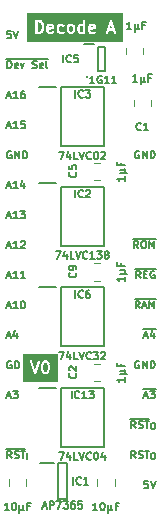
<source format=gbr>
%TF.GenerationSoftware,KiCad,Pcbnew,7.0.5*%
%TF.CreationDate,2023-12-17T19:53:33+02:00*%
%TF.ProjectId,Device Decode stage A,44657669-6365-4204-9465-636f64652073,rev?*%
%TF.SameCoordinates,Original*%
%TF.FileFunction,Legend,Top*%
%TF.FilePolarity,Positive*%
%FSLAX46Y46*%
G04 Gerber Fmt 4.6, Leading zero omitted, Abs format (unit mm)*
G04 Created by KiCad (PCBNEW 7.0.5) date 2023-12-17 19:53:33*
%MOMM*%
%LPD*%
G01*
G04 APERTURE LIST*
%ADD10C,0.150000*%
%ADD11C,0.200000*%
%ADD12C,0.120000*%
G04 APERTURE END LIST*
D10*
X90262636Y-71224534D02*
X90565017Y-71224534D01*
X90202160Y-71405963D02*
X90413826Y-70770963D01*
X90413826Y-70770963D02*
X90625493Y-71405963D01*
X91169779Y-71405963D02*
X90806922Y-71405963D01*
X90988350Y-71405963D02*
X90988350Y-70770963D01*
X90988350Y-70770963D02*
X90927874Y-70861677D01*
X90927874Y-70861677D02*
X90867398Y-70922153D01*
X90867398Y-70922153D02*
X90806922Y-70952391D01*
X91714065Y-70982629D02*
X91714065Y-71405963D01*
X91562874Y-70740725D02*
X91411684Y-71194296D01*
X91411684Y-71194296D02*
X91804779Y-71194296D01*
X101446887Y-86041201D02*
X101386411Y-86010963D01*
X101386411Y-86010963D02*
X101295697Y-86010963D01*
X101295697Y-86010963D02*
X101204982Y-86041201D01*
X101204982Y-86041201D02*
X101144506Y-86101677D01*
X101144506Y-86101677D02*
X101114268Y-86162153D01*
X101114268Y-86162153D02*
X101084030Y-86283105D01*
X101084030Y-86283105D02*
X101084030Y-86373820D01*
X101084030Y-86373820D02*
X101114268Y-86494772D01*
X101114268Y-86494772D02*
X101144506Y-86555248D01*
X101144506Y-86555248D02*
X101204982Y-86615725D01*
X101204982Y-86615725D02*
X101295697Y-86645963D01*
X101295697Y-86645963D02*
X101356173Y-86645963D01*
X101356173Y-86645963D02*
X101446887Y-86615725D01*
X101446887Y-86615725D02*
X101477125Y-86585486D01*
X101477125Y-86585486D02*
X101477125Y-86373820D01*
X101477125Y-86373820D02*
X101356173Y-86373820D01*
X101749268Y-86645963D02*
X101749268Y-86010963D01*
X101749268Y-86010963D02*
X102112125Y-86645963D01*
X102112125Y-86645963D02*
X102112125Y-86010963D01*
X102414506Y-86645963D02*
X102414506Y-86010963D01*
X102414506Y-86010963D02*
X102565696Y-86010963D01*
X102565696Y-86010963D02*
X102656411Y-86041201D01*
X102656411Y-86041201D02*
X102716887Y-86101677D01*
X102716887Y-86101677D02*
X102747125Y-86162153D01*
X102747125Y-86162153D02*
X102777363Y-86283105D01*
X102777363Y-86283105D02*
X102777363Y-86373820D01*
X102777363Y-86373820D02*
X102747125Y-86494772D01*
X102747125Y-86494772D02*
X102716887Y-86555248D01*
X102716887Y-86555248D02*
X102656411Y-86615725D01*
X102656411Y-86615725D02*
X102565696Y-86645963D01*
X102565696Y-86645963D02*
X102414506Y-86645963D01*
X90262636Y-81384534D02*
X90565017Y-81384534D01*
X90202160Y-81565963D02*
X90413826Y-80930963D01*
X90413826Y-80930963D02*
X90625493Y-81565963D01*
X91169779Y-81565963D02*
X90806922Y-81565963D01*
X90988350Y-81565963D02*
X90988350Y-80930963D01*
X90988350Y-80930963D02*
X90927874Y-81021677D01*
X90927874Y-81021677D02*
X90867398Y-81082153D01*
X90867398Y-81082153D02*
X90806922Y-81112391D01*
X91562874Y-80930963D02*
X91623351Y-80930963D01*
X91623351Y-80930963D02*
X91683827Y-80961201D01*
X91683827Y-80961201D02*
X91714065Y-80991439D01*
X91714065Y-80991439D02*
X91744303Y-81051915D01*
X91744303Y-81051915D02*
X91774541Y-81172867D01*
X91774541Y-81172867D02*
X91774541Y-81324058D01*
X91774541Y-81324058D02*
X91744303Y-81445010D01*
X91744303Y-81445010D02*
X91714065Y-81505486D01*
X91714065Y-81505486D02*
X91683827Y-81535725D01*
X91683827Y-81535725D02*
X91623351Y-81565963D01*
X91623351Y-81565963D02*
X91562874Y-81565963D01*
X91562874Y-81565963D02*
X91502398Y-81535725D01*
X91502398Y-81535725D02*
X91472160Y-81505486D01*
X91472160Y-81505486D02*
X91441922Y-81445010D01*
X91441922Y-81445010D02*
X91411684Y-81324058D01*
X91411684Y-81324058D02*
X91411684Y-81172867D01*
X91411684Y-81172867D02*
X91441922Y-81051915D01*
X91441922Y-81051915D02*
X91472160Y-80991439D01*
X91472160Y-80991439D02*
X91502398Y-80961201D01*
X91502398Y-80961201D02*
X91562874Y-80930963D01*
X90262636Y-63604534D02*
X90565017Y-63604534D01*
X90202160Y-63785963D02*
X90413826Y-63150963D01*
X90413826Y-63150963D02*
X90625493Y-63785963D01*
X91169779Y-63785963D02*
X90806922Y-63785963D01*
X90988350Y-63785963D02*
X90988350Y-63150963D01*
X90988350Y-63150963D02*
X90927874Y-63241677D01*
X90927874Y-63241677D02*
X90867398Y-63302153D01*
X90867398Y-63302153D02*
X90806922Y-63332391D01*
X91714065Y-63150963D02*
X91593112Y-63150963D01*
X91593112Y-63150963D02*
X91532636Y-63181201D01*
X91532636Y-63181201D02*
X91502398Y-63211439D01*
X91502398Y-63211439D02*
X91441922Y-63302153D01*
X91441922Y-63302153D02*
X91411684Y-63423105D01*
X91411684Y-63423105D02*
X91411684Y-63665010D01*
X91411684Y-63665010D02*
X91441922Y-63725486D01*
X91441922Y-63725486D02*
X91472160Y-63755725D01*
X91472160Y-63755725D02*
X91532636Y-63785963D01*
X91532636Y-63785963D02*
X91653589Y-63785963D01*
X91653589Y-63785963D02*
X91714065Y-63755725D01*
X91714065Y-63755725D02*
X91744303Y-63725486D01*
X91744303Y-63725486D02*
X91774541Y-63665010D01*
X91774541Y-63665010D02*
X91774541Y-63513820D01*
X91774541Y-63513820D02*
X91744303Y-63453344D01*
X91744303Y-63453344D02*
X91714065Y-63423105D01*
X91714065Y-63423105D02*
X91653589Y-63392867D01*
X91653589Y-63392867D02*
X91532636Y-63392867D01*
X91532636Y-63392867D02*
X91472160Y-63423105D01*
X91472160Y-63423105D02*
X91441922Y-63453344D01*
X91441922Y-63453344D02*
X91411684Y-63513820D01*
X90595255Y-58070963D02*
X90292874Y-58070963D01*
X90292874Y-58070963D02*
X90262636Y-58373344D01*
X90262636Y-58373344D02*
X90292874Y-58343105D01*
X90292874Y-58343105D02*
X90353350Y-58312867D01*
X90353350Y-58312867D02*
X90504541Y-58312867D01*
X90504541Y-58312867D02*
X90565017Y-58343105D01*
X90565017Y-58343105D02*
X90595255Y-58373344D01*
X90595255Y-58373344D02*
X90625493Y-58433820D01*
X90625493Y-58433820D02*
X90625493Y-58585010D01*
X90625493Y-58585010D02*
X90595255Y-58645486D01*
X90595255Y-58645486D02*
X90565017Y-58675725D01*
X90565017Y-58675725D02*
X90504541Y-58705963D01*
X90504541Y-58705963D02*
X90353350Y-58705963D01*
X90353350Y-58705963D02*
X90292874Y-58675725D01*
X90292874Y-58675725D02*
X90262636Y-58645486D01*
X90806922Y-58070963D02*
X91018588Y-58705963D01*
X91018588Y-58705963D02*
X91230255Y-58070963D01*
X90262636Y-73764534D02*
X90565017Y-73764534D01*
X90202160Y-73945963D02*
X90413826Y-73310963D01*
X90413826Y-73310963D02*
X90625493Y-73945963D01*
X91169779Y-73945963D02*
X90806922Y-73945963D01*
X90988350Y-73945963D02*
X90988350Y-73310963D01*
X90988350Y-73310963D02*
X90927874Y-73401677D01*
X90927874Y-73401677D02*
X90867398Y-73462153D01*
X90867398Y-73462153D02*
X90806922Y-73492391D01*
X91381446Y-73310963D02*
X91774541Y-73310963D01*
X91774541Y-73310963D02*
X91562874Y-73552867D01*
X91562874Y-73552867D02*
X91653589Y-73552867D01*
X91653589Y-73552867D02*
X91714065Y-73583105D01*
X91714065Y-73583105D02*
X91744303Y-73613344D01*
X91744303Y-73613344D02*
X91774541Y-73673820D01*
X91774541Y-73673820D02*
X91774541Y-73825010D01*
X91774541Y-73825010D02*
X91744303Y-73885486D01*
X91744303Y-73885486D02*
X91714065Y-73915725D01*
X91714065Y-73915725D02*
X91653589Y-73945963D01*
X91653589Y-73945963D02*
X91472160Y-73945963D01*
X91472160Y-73945963D02*
X91411684Y-73915725D01*
X91411684Y-73915725D02*
X91381446Y-73885486D01*
X90262636Y-78844534D02*
X90565017Y-78844534D01*
X90202160Y-79025963D02*
X90413826Y-78390963D01*
X90413826Y-78390963D02*
X90625493Y-79025963D01*
X91169779Y-79025963D02*
X90806922Y-79025963D01*
X90988350Y-79025963D02*
X90988350Y-78390963D01*
X90988350Y-78390963D02*
X90927874Y-78481677D01*
X90927874Y-78481677D02*
X90867398Y-78542153D01*
X90867398Y-78542153D02*
X90806922Y-78572391D01*
X91774541Y-79025963D02*
X91411684Y-79025963D01*
X91593112Y-79025963D02*
X91593112Y-78390963D01*
X91593112Y-78390963D02*
X91532636Y-78481677D01*
X91532636Y-78481677D02*
X91472160Y-78542153D01*
X91472160Y-78542153D02*
X91411684Y-78572391D01*
X90262636Y-76304534D02*
X90565017Y-76304534D01*
X90202160Y-76485963D02*
X90413826Y-75850963D01*
X90413826Y-75850963D02*
X90625493Y-76485963D01*
X91169779Y-76485963D02*
X90806922Y-76485963D01*
X90988350Y-76485963D02*
X90988350Y-75850963D01*
X90988350Y-75850963D02*
X90927874Y-75941677D01*
X90927874Y-75941677D02*
X90867398Y-76002153D01*
X90867398Y-76002153D02*
X90806922Y-76032391D01*
X91411684Y-75911439D02*
X91441922Y-75881201D01*
X91441922Y-75881201D02*
X91502398Y-75850963D01*
X91502398Y-75850963D02*
X91653589Y-75850963D01*
X91653589Y-75850963D02*
X91714065Y-75881201D01*
X91714065Y-75881201D02*
X91744303Y-75911439D01*
X91744303Y-75911439D02*
X91774541Y-75971915D01*
X91774541Y-75971915D02*
X91774541Y-76032391D01*
X91774541Y-76032391D02*
X91744303Y-76123105D01*
X91744303Y-76123105D02*
X91381446Y-76485963D01*
X91381446Y-76485963D02*
X91774541Y-76485963D01*
D11*
G36*
X93077029Y-57372241D02*
G01*
X93144099Y-57439311D01*
X93179551Y-57510214D01*
X93221523Y-57678101D01*
X93221523Y-57796335D01*
X93179551Y-57964223D01*
X93144099Y-58035125D01*
X93077029Y-58102196D01*
X92971963Y-58137219D01*
X92850095Y-58137219D01*
X92850095Y-57337219D01*
X92971962Y-57337219D01*
X93077029Y-57372241D01*
G37*
G36*
X99182781Y-57851504D02*
G01*
X98984077Y-57851504D01*
X99083428Y-57553446D01*
X99182781Y-57851504D01*
G37*
G36*
X94056511Y-57692706D02*
G01*
X94073962Y-57727607D01*
X93802476Y-57781904D01*
X93802476Y-57737015D01*
X93824630Y-57692706D01*
X93868939Y-57670552D01*
X94012203Y-57670552D01*
X94056511Y-57692706D01*
G37*
G36*
X95786097Y-57700356D02*
G01*
X95810767Y-57725026D01*
X95840571Y-57784633D01*
X95840571Y-58023136D01*
X95810767Y-58082743D01*
X95786096Y-58107414D01*
X95726489Y-58137219D01*
X95630844Y-58137219D01*
X95571237Y-58107415D01*
X95546566Y-58082743D01*
X95516762Y-58023135D01*
X95516762Y-57784634D01*
X95546566Y-57725025D01*
X95571235Y-57700356D01*
X95630844Y-57670552D01*
X95726489Y-57670552D01*
X95786097Y-57700356D01*
G37*
G36*
X96697714Y-57679974D02*
G01*
X96697714Y-58127796D01*
X96678870Y-58137219D01*
X96535606Y-58137219D01*
X96475999Y-58107415D01*
X96451328Y-58082743D01*
X96421524Y-58023135D01*
X96421524Y-57784634D01*
X96451328Y-57725025D01*
X96475998Y-57700355D01*
X96535606Y-57670552D01*
X96678870Y-57670552D01*
X96697714Y-57679974D01*
G37*
G36*
X97580321Y-57692706D02*
G01*
X97597772Y-57727607D01*
X97326286Y-57781904D01*
X97326285Y-57737015D01*
X97348440Y-57692706D01*
X97392749Y-57670552D01*
X97536013Y-57670552D01*
X97580321Y-57692706D01*
G37*
G36*
X100104858Y-58977857D02*
G01*
X91919143Y-58977857D01*
X91919143Y-58252051D01*
X92646934Y-58252051D01*
X92656160Y-58272254D01*
X92662418Y-58293566D01*
X92668168Y-58298548D01*
X92671329Y-58305470D01*
X92690014Y-58317478D01*
X92706800Y-58332023D01*
X92714331Y-58333105D01*
X92720732Y-58337219D01*
X92742941Y-58337219D01*
X92764927Y-58340380D01*
X92771849Y-58337219D01*
X92975650Y-58337219D01*
X92991957Y-58341373D01*
X93018096Y-58332659D01*
X93044537Y-58324896D01*
X93045816Y-58323419D01*
X93157557Y-58286172D01*
X93180995Y-58281073D01*
X93195445Y-58266622D01*
X93212228Y-58254959D01*
X93215840Y-58246227D01*
X93288130Y-58173936D01*
X93302596Y-58165345D01*
X93314909Y-58140718D01*
X93328126Y-58116514D01*
X93327986Y-58114564D01*
X93355380Y-58059776D01*
X93363797Y-58051863D01*
X93368256Y-58034024D01*
X93369777Y-58030984D01*
X93371730Y-58020129D01*
X93414546Y-57848866D01*
X93421523Y-57838010D01*
X93421523Y-57820959D01*
X93422025Y-57818951D01*
X93421523Y-57806604D01*
X93421523Y-57724597D01*
X93598856Y-57724597D01*
X93602476Y-57733325D01*
X93602476Y-57877463D01*
X93601022Y-57880023D01*
X93602476Y-57906625D01*
X93602476Y-58088975D01*
X93599902Y-58112819D01*
X93609040Y-58131096D01*
X93614799Y-58150708D01*
X93621939Y-58156895D01*
X93649259Y-58211535D01*
X93649122Y-58215420D01*
X93662266Y-58237550D01*
X93667082Y-58247182D01*
X93669585Y-58249873D01*
X93679111Y-58265911D01*
X93689193Y-58270952D01*
X93696873Y-58279208D01*
X93714949Y-58283830D01*
X93795794Y-58324253D01*
X93815970Y-58337219D01*
X93836405Y-58337219D01*
X93856521Y-58340839D01*
X93865249Y-58337219D01*
X94030424Y-58337219D01*
X94054267Y-58339793D01*
X94072543Y-58330654D01*
X94092156Y-58324896D01*
X94098344Y-58317754D01*
X94188629Y-58272612D01*
X94220655Y-58242822D01*
X94235204Y-58185927D01*
X94216684Y-58130199D01*
X94170974Y-58093329D01*
X94112588Y-58087026D01*
X94012203Y-58137219D01*
X93868939Y-58137219D01*
X93824630Y-58115064D01*
X93802476Y-58070755D01*
X93802476Y-57985865D01*
X94181434Y-57910073D01*
X94193498Y-57911808D01*
X94209655Y-57904429D01*
X94212377Y-57903885D01*
X94222687Y-57898477D01*
X94246917Y-57887413D01*
X94248508Y-57884937D01*
X94251113Y-57883571D01*
X94264263Y-57860421D01*
X94278666Y-57838010D01*
X94278666Y-57835066D01*
X94280119Y-57832509D01*
X94278666Y-57805925D01*
X94278666Y-57772216D01*
X94455999Y-57772216D01*
X94459619Y-57780944D01*
X94459619Y-58041356D01*
X94457045Y-58065200D01*
X94466183Y-58083476D01*
X94471942Y-58103089D01*
X94479083Y-58109277D01*
X94512187Y-58175484D01*
X94515764Y-58191927D01*
X94535247Y-58211410D01*
X94554016Y-58231588D01*
X94555908Y-58232071D01*
X94575280Y-58251444D01*
X94583873Y-58265911D01*
X94608511Y-58278230D01*
X94632702Y-58291440D01*
X94634651Y-58291300D01*
X94700556Y-58324253D01*
X94720732Y-58337219D01*
X94741167Y-58337219D01*
X94761283Y-58340839D01*
X94770011Y-58337219D01*
X94935186Y-58337219D01*
X94959029Y-58339793D01*
X94977305Y-58330654D01*
X94996918Y-58324896D01*
X95003106Y-58317754D01*
X95093391Y-58272612D01*
X95125417Y-58242822D01*
X95139966Y-58185927D01*
X95121446Y-58130199D01*
X95075736Y-58093329D01*
X95017350Y-58087026D01*
X94916965Y-58137219D01*
X94773701Y-58137219D01*
X94714094Y-58107415D01*
X94689423Y-58082743D01*
X94659619Y-58023135D01*
X94659619Y-57784634D01*
X94665828Y-57772216D01*
X95313142Y-57772216D01*
X95316762Y-57780944D01*
X95316762Y-58041356D01*
X95314188Y-58065200D01*
X95323326Y-58083476D01*
X95329085Y-58103089D01*
X95336226Y-58109277D01*
X95369330Y-58175484D01*
X95372907Y-58191927D01*
X95392390Y-58211410D01*
X95411159Y-58231588D01*
X95413051Y-58232071D01*
X95432423Y-58251444D01*
X95441016Y-58265911D01*
X95465654Y-58278230D01*
X95489845Y-58291440D01*
X95491794Y-58291300D01*
X95557699Y-58324253D01*
X95577875Y-58337219D01*
X95598310Y-58337219D01*
X95618426Y-58340839D01*
X95627154Y-58337219D01*
X95744710Y-58337219D01*
X95768553Y-58339793D01*
X95786829Y-58330654D01*
X95806442Y-58324896D01*
X95812630Y-58317754D01*
X95878838Y-58284650D01*
X95895282Y-58281073D01*
X95914767Y-58261587D01*
X95934941Y-58242822D01*
X95935425Y-58240928D01*
X95954798Y-58221555D01*
X95969263Y-58212964D01*
X95981580Y-58188329D01*
X95994792Y-58164133D01*
X95994652Y-58162185D01*
X96027605Y-58096280D01*
X96040571Y-58076105D01*
X96040571Y-58055669D01*
X96044191Y-58035554D01*
X96040571Y-58026825D01*
X96040571Y-57772216D01*
X96217904Y-57772216D01*
X96221524Y-57780944D01*
X96221524Y-58041356D01*
X96218950Y-58065200D01*
X96228088Y-58083476D01*
X96233847Y-58103089D01*
X96240988Y-58109277D01*
X96274092Y-58175484D01*
X96277669Y-58191927D01*
X96297152Y-58211410D01*
X96315921Y-58231588D01*
X96317813Y-58232071D01*
X96337185Y-58251444D01*
X96345778Y-58265911D01*
X96370416Y-58278230D01*
X96394607Y-58291440D01*
X96396556Y-58291300D01*
X96462461Y-58324253D01*
X96482637Y-58337219D01*
X96503072Y-58337219D01*
X96523188Y-58340839D01*
X96531916Y-58337219D01*
X96697091Y-58337219D01*
X96720934Y-58339793D01*
X96739210Y-58330654D01*
X96749390Y-58327665D01*
X96754419Y-58332023D01*
X96812546Y-58340380D01*
X96865965Y-58315985D01*
X96897714Y-58266582D01*
X96897714Y-58202183D01*
X96901871Y-58185927D01*
X96897714Y-58173418D01*
X96897714Y-57724597D01*
X97122666Y-57724597D01*
X97126286Y-57733325D01*
X97126286Y-57877463D01*
X97124832Y-57880023D01*
X97126286Y-57906625D01*
X97126286Y-58088975D01*
X97123712Y-58112819D01*
X97132850Y-58131096D01*
X97138609Y-58150708D01*
X97145749Y-58156895D01*
X97173069Y-58211535D01*
X97172932Y-58215420D01*
X97186076Y-58237550D01*
X97190892Y-58247182D01*
X97193395Y-58249873D01*
X97202921Y-58265911D01*
X97213003Y-58270952D01*
X97220683Y-58279208D01*
X97238759Y-58283830D01*
X97319604Y-58324253D01*
X97339780Y-58337219D01*
X97360215Y-58337219D01*
X97380331Y-58340839D01*
X97389059Y-58337219D01*
X97554234Y-58337219D01*
X97578077Y-58339793D01*
X97596353Y-58330654D01*
X97615966Y-58324896D01*
X97622154Y-58317754D01*
X97712439Y-58272612D01*
X97722827Y-58262949D01*
X98649100Y-58262949D01*
X98679043Y-58313467D01*
X98731545Y-58339776D01*
X98789937Y-58333526D01*
X98835679Y-58296698D01*
X98917410Y-58051504D01*
X99249448Y-58051504D01*
X99326441Y-58282482D01*
X99351403Y-58318400D01*
X99405668Y-58340849D01*
X99463455Y-58330395D01*
X99506418Y-58290360D01*
X99520916Y-58233452D01*
X99423872Y-57942322D01*
X99424685Y-57936672D01*
X99414703Y-57914815D01*
X99184017Y-57222757D01*
X99184425Y-57211490D01*
X99174911Y-57195439D01*
X99173750Y-57191955D01*
X99167608Y-57183118D01*
X99154482Y-57160972D01*
X99151006Y-57159230D01*
X99148788Y-57156038D01*
X99124991Y-57146193D01*
X99101980Y-57134662D01*
X99098116Y-57135075D01*
X99094523Y-57133589D01*
X99069179Y-57138173D01*
X99043588Y-57140913D01*
X99040560Y-57143350D01*
X99036736Y-57144042D01*
X99017898Y-57161595D01*
X98997846Y-57177740D01*
X98996617Y-57181426D01*
X98993772Y-57184078D01*
X98987414Y-57209035D01*
X98756749Y-57901031D01*
X98750530Y-57908209D01*
X98747627Y-57928396D01*
X98650681Y-58219237D01*
X98649100Y-58262949D01*
X97722827Y-58262949D01*
X97744465Y-58242822D01*
X97759014Y-58185927D01*
X97740494Y-58130199D01*
X97694784Y-58093329D01*
X97636398Y-58087026D01*
X97536013Y-58137219D01*
X97392749Y-58137219D01*
X97348440Y-58115064D01*
X97326285Y-58070755D01*
X97326286Y-57985865D01*
X97705244Y-57910073D01*
X97717308Y-57911808D01*
X97733465Y-57904429D01*
X97736187Y-57903885D01*
X97746497Y-57898477D01*
X97770727Y-57887413D01*
X97772318Y-57884937D01*
X97774923Y-57883571D01*
X97788073Y-57860421D01*
X97802476Y-57838010D01*
X97802475Y-57835066D01*
X97803929Y-57832509D01*
X97802476Y-57805925D01*
X97802476Y-57718793D01*
X97805050Y-57694950D01*
X97795911Y-57676672D01*
X97790153Y-57657062D01*
X97783011Y-57650874D01*
X97755692Y-57596236D01*
X97755830Y-57592351D01*
X97742680Y-57570211D01*
X97737869Y-57560589D01*
X97735368Y-57557900D01*
X97725841Y-57541860D01*
X97715759Y-57536819D01*
X97708079Y-57528562D01*
X97689998Y-57523938D01*
X97609160Y-57483519D01*
X97588982Y-57470552D01*
X97568546Y-57470552D01*
X97548431Y-57466932D01*
X97539703Y-57470552D01*
X97374527Y-57470552D01*
X97350684Y-57467978D01*
X97332406Y-57477116D01*
X97312796Y-57482875D01*
X97306608Y-57490016D01*
X97251970Y-57517335D01*
X97248085Y-57517198D01*
X97225945Y-57530347D01*
X97216323Y-57535159D01*
X97213634Y-57537659D01*
X97197594Y-57547187D01*
X97192553Y-57557268D01*
X97184296Y-57564949D01*
X97179672Y-57583029D01*
X97139253Y-57663867D01*
X97126286Y-57684046D01*
X97126285Y-57704481D01*
X97122666Y-57724597D01*
X96897714Y-57724597D01*
X96897714Y-57619937D01*
X96898687Y-57592351D01*
X96897714Y-57590712D01*
X96897714Y-57222840D01*
X96885391Y-57180872D01*
X96841009Y-57142415D01*
X96782882Y-57134058D01*
X96729463Y-57158453D01*
X96697714Y-57207856D01*
X96697714Y-57468088D01*
X96691288Y-57466932D01*
X96682560Y-57470552D01*
X96517384Y-57470552D01*
X96493541Y-57467978D01*
X96475263Y-57477116D01*
X96455653Y-57482875D01*
X96449465Y-57490016D01*
X96383254Y-57523121D01*
X96366814Y-57526698D01*
X96347339Y-57546172D01*
X96327153Y-57564949D01*
X96326668Y-57566843D01*
X96307298Y-57586213D01*
X96292832Y-57594806D01*
X96280514Y-57619440D01*
X96267303Y-57643636D01*
X96267442Y-57645585D01*
X96234491Y-57711486D01*
X96221524Y-57731665D01*
X96221524Y-57752100D01*
X96217904Y-57772216D01*
X96040571Y-57772216D01*
X96040571Y-57766412D01*
X96043145Y-57742569D01*
X96034006Y-57724291D01*
X96028248Y-57704681D01*
X96021106Y-57698493D01*
X95988001Y-57632282D01*
X95984425Y-57615842D01*
X95964950Y-57596367D01*
X95946174Y-57576181D01*
X95944279Y-57575696D01*
X95924909Y-57556326D01*
X95916317Y-57541860D01*
X95891682Y-57529542D01*
X95867487Y-57516331D01*
X95865537Y-57516470D01*
X95799636Y-57483519D01*
X95779458Y-57470552D01*
X95759022Y-57470552D01*
X95738907Y-57466932D01*
X95730179Y-57470552D01*
X95612622Y-57470552D01*
X95588779Y-57467978D01*
X95570501Y-57477116D01*
X95550891Y-57482875D01*
X95544703Y-57490016D01*
X95478492Y-57523121D01*
X95462052Y-57526698D01*
X95442577Y-57546172D01*
X95422391Y-57564949D01*
X95421906Y-57566843D01*
X95402536Y-57586213D01*
X95388070Y-57594806D01*
X95375752Y-57619440D01*
X95362541Y-57643636D01*
X95362680Y-57645585D01*
X95329729Y-57711486D01*
X95316762Y-57731665D01*
X95316762Y-57752100D01*
X95313142Y-57772216D01*
X94665828Y-57772216D01*
X94689423Y-57725025D01*
X94714092Y-57700356D01*
X94773701Y-57670552D01*
X94916965Y-57670552D01*
X95003948Y-57714044D01*
X95046997Y-57721791D01*
X95101242Y-57699293D01*
X95134712Y-57651040D01*
X95136782Y-57592351D01*
X95106793Y-57541860D01*
X94990112Y-57483519D01*
X94969934Y-57470552D01*
X94949498Y-57470552D01*
X94929383Y-57466932D01*
X94920655Y-57470552D01*
X94755479Y-57470552D01*
X94731636Y-57467978D01*
X94713358Y-57477116D01*
X94693748Y-57482875D01*
X94687560Y-57490016D01*
X94621349Y-57523121D01*
X94604909Y-57526698D01*
X94585434Y-57546172D01*
X94565248Y-57564949D01*
X94564763Y-57566843D01*
X94545393Y-57586213D01*
X94530927Y-57594806D01*
X94518609Y-57619440D01*
X94505398Y-57643636D01*
X94505537Y-57645585D01*
X94472586Y-57711486D01*
X94459619Y-57731665D01*
X94459619Y-57752100D01*
X94455999Y-57772216D01*
X94278666Y-57772216D01*
X94278666Y-57718793D01*
X94281240Y-57694950D01*
X94272101Y-57676672D01*
X94266343Y-57657062D01*
X94259201Y-57650874D01*
X94231882Y-57596236D01*
X94232020Y-57592351D01*
X94218870Y-57570211D01*
X94214059Y-57560589D01*
X94211558Y-57557900D01*
X94202031Y-57541860D01*
X94191949Y-57536819D01*
X94184269Y-57528562D01*
X94166188Y-57523938D01*
X94085350Y-57483519D01*
X94065172Y-57470552D01*
X94044736Y-57470552D01*
X94024621Y-57466932D01*
X94015893Y-57470552D01*
X93850717Y-57470552D01*
X93826874Y-57467978D01*
X93808596Y-57477116D01*
X93788986Y-57482875D01*
X93782798Y-57490016D01*
X93728160Y-57517335D01*
X93724275Y-57517198D01*
X93702135Y-57530347D01*
X93692513Y-57535159D01*
X93689824Y-57537659D01*
X93673784Y-57547187D01*
X93668743Y-57557268D01*
X93660486Y-57564949D01*
X93655862Y-57583029D01*
X93615443Y-57663867D01*
X93602476Y-57684046D01*
X93602476Y-57704481D01*
X93598856Y-57724597D01*
X93421523Y-57724597D01*
X93421523Y-57682248D01*
X93425659Y-57670023D01*
X93421523Y-57653479D01*
X93421523Y-57651411D01*
X93418043Y-57639560D01*
X93375238Y-57468339D01*
X93376478Y-57456855D01*
X93368256Y-57440411D01*
X93367431Y-57437111D01*
X93361847Y-57427594D01*
X93321336Y-57346572D01*
X93317759Y-57330128D01*
X93298272Y-57310641D01*
X93279507Y-57290467D01*
X93277613Y-57289982D01*
X93205563Y-57217933D01*
X93190525Y-57199255D01*
X93171139Y-57192793D01*
X93153201Y-57182998D01*
X93143776Y-57183672D01*
X93031708Y-57146316D01*
X93017553Y-57137219D01*
X92989998Y-57137219D01*
X92962460Y-57136223D01*
X92960780Y-57137219D01*
X92757249Y-57137219D01*
X92735263Y-57134058D01*
X92715059Y-57143284D01*
X92693748Y-57149542D01*
X92688765Y-57155292D01*
X92681844Y-57158453D01*
X92669835Y-57177138D01*
X92655291Y-57193924D01*
X92654208Y-57201455D01*
X92650095Y-57207856D01*
X92650095Y-57230064D01*
X92646934Y-57252051D01*
X92650095Y-57258972D01*
X92650095Y-58230064D01*
X92646934Y-58252051D01*
X91919143Y-58252051D01*
X91919143Y-56592143D01*
X100104858Y-56592143D01*
X100104858Y-58977857D01*
G37*
D10*
X101446887Y-68261201D02*
X101386411Y-68230963D01*
X101386411Y-68230963D02*
X101295697Y-68230963D01*
X101295697Y-68230963D02*
X101204982Y-68261201D01*
X101204982Y-68261201D02*
X101144506Y-68321677D01*
X101144506Y-68321677D02*
X101114268Y-68382153D01*
X101114268Y-68382153D02*
X101084030Y-68503105D01*
X101084030Y-68503105D02*
X101084030Y-68593820D01*
X101084030Y-68593820D02*
X101114268Y-68714772D01*
X101114268Y-68714772D02*
X101144506Y-68775248D01*
X101144506Y-68775248D02*
X101204982Y-68835725D01*
X101204982Y-68835725D02*
X101295697Y-68865963D01*
X101295697Y-68865963D02*
X101356173Y-68865963D01*
X101356173Y-68865963D02*
X101446887Y-68835725D01*
X101446887Y-68835725D02*
X101477125Y-68805486D01*
X101477125Y-68805486D02*
X101477125Y-68593820D01*
X101477125Y-68593820D02*
X101356173Y-68593820D01*
X101749268Y-68865963D02*
X101749268Y-68230963D01*
X101749268Y-68230963D02*
X102112125Y-68865963D01*
X102112125Y-68865963D02*
X102112125Y-68230963D01*
X102414506Y-68865963D02*
X102414506Y-68230963D01*
X102414506Y-68230963D02*
X102565696Y-68230963D01*
X102565696Y-68230963D02*
X102656411Y-68261201D01*
X102656411Y-68261201D02*
X102716887Y-68321677D01*
X102716887Y-68321677D02*
X102747125Y-68382153D01*
X102747125Y-68382153D02*
X102777363Y-68503105D01*
X102777363Y-68503105D02*
X102777363Y-68593820D01*
X102777363Y-68593820D02*
X102747125Y-68714772D01*
X102747125Y-68714772D02*
X102716887Y-68775248D01*
X102716887Y-68775248D02*
X102656411Y-68835725D01*
X102656411Y-68835725D02*
X102565696Y-68865963D01*
X102565696Y-68865963D02*
X102414506Y-68865963D01*
X101567839Y-79025963D02*
X101356172Y-78723582D01*
X101204982Y-79025963D02*
X101204982Y-78390963D01*
X101204982Y-78390963D02*
X101446887Y-78390963D01*
X101446887Y-78390963D02*
X101507363Y-78421201D01*
X101507363Y-78421201D02*
X101537601Y-78451439D01*
X101537601Y-78451439D02*
X101567839Y-78511915D01*
X101567839Y-78511915D02*
X101567839Y-78602629D01*
X101567839Y-78602629D02*
X101537601Y-78663105D01*
X101537601Y-78663105D02*
X101507363Y-78693344D01*
X101507363Y-78693344D02*
X101446887Y-78723582D01*
X101446887Y-78723582D02*
X101204982Y-78723582D01*
X101839982Y-78693344D02*
X102051649Y-78693344D01*
X102142363Y-79025963D02*
X101839982Y-79025963D01*
X101839982Y-79025963D02*
X101839982Y-78390963D01*
X101839982Y-78390963D02*
X102142363Y-78390963D01*
X102747125Y-78421201D02*
X102686649Y-78390963D01*
X102686649Y-78390963D02*
X102595935Y-78390963D01*
X102595935Y-78390963D02*
X102505220Y-78421201D01*
X102505220Y-78421201D02*
X102444744Y-78481677D01*
X102444744Y-78481677D02*
X102414506Y-78542153D01*
X102414506Y-78542153D02*
X102384268Y-78663105D01*
X102384268Y-78663105D02*
X102384268Y-78753820D01*
X102384268Y-78753820D02*
X102414506Y-78874772D01*
X102414506Y-78874772D02*
X102444744Y-78935248D01*
X102444744Y-78935248D02*
X102505220Y-78995725D01*
X102505220Y-78995725D02*
X102595935Y-79025963D01*
X102595935Y-79025963D02*
X102656411Y-79025963D01*
X102656411Y-79025963D02*
X102747125Y-78995725D01*
X102747125Y-78995725D02*
X102777363Y-78965486D01*
X102777363Y-78965486D02*
X102777363Y-78753820D01*
X102777363Y-78753820D02*
X102656411Y-78753820D01*
X101117292Y-78214675D02*
X102834816Y-78214675D01*
X90292874Y-61245963D02*
X90292874Y-60610963D01*
X90292874Y-60610963D02*
X90444064Y-60610963D01*
X90444064Y-60610963D02*
X90534779Y-60641201D01*
X90534779Y-60641201D02*
X90595255Y-60701677D01*
X90595255Y-60701677D02*
X90625493Y-60762153D01*
X90625493Y-60762153D02*
X90655731Y-60883105D01*
X90655731Y-60883105D02*
X90655731Y-60973820D01*
X90655731Y-60973820D02*
X90625493Y-61094772D01*
X90625493Y-61094772D02*
X90595255Y-61155248D01*
X90595255Y-61155248D02*
X90534779Y-61215725D01*
X90534779Y-61215725D02*
X90444064Y-61245963D01*
X90444064Y-61245963D02*
X90292874Y-61245963D01*
X91169779Y-61215725D02*
X91109303Y-61245963D01*
X91109303Y-61245963D02*
X90988350Y-61245963D01*
X90988350Y-61245963D02*
X90927874Y-61215725D01*
X90927874Y-61215725D02*
X90897636Y-61155248D01*
X90897636Y-61155248D02*
X90897636Y-60913344D01*
X90897636Y-60913344D02*
X90927874Y-60852867D01*
X90927874Y-60852867D02*
X90988350Y-60822629D01*
X90988350Y-60822629D02*
X91109303Y-60822629D01*
X91109303Y-60822629D02*
X91169779Y-60852867D01*
X91169779Y-60852867D02*
X91200017Y-60913344D01*
X91200017Y-60913344D02*
X91200017Y-60973820D01*
X91200017Y-60973820D02*
X90897636Y-61034296D01*
X91411684Y-60822629D02*
X91562874Y-61245963D01*
X91562874Y-61245963D02*
X91714065Y-60822629D01*
X92409542Y-61215725D02*
X92500256Y-61245963D01*
X92500256Y-61245963D02*
X92651447Y-61245963D01*
X92651447Y-61245963D02*
X92711923Y-61215725D01*
X92711923Y-61215725D02*
X92742161Y-61185486D01*
X92742161Y-61185486D02*
X92772399Y-61125010D01*
X92772399Y-61125010D02*
X92772399Y-61064534D01*
X92772399Y-61064534D02*
X92742161Y-61004058D01*
X92742161Y-61004058D02*
X92711923Y-60973820D01*
X92711923Y-60973820D02*
X92651447Y-60943582D01*
X92651447Y-60943582D02*
X92530494Y-60913344D01*
X92530494Y-60913344D02*
X92470018Y-60883105D01*
X92470018Y-60883105D02*
X92439780Y-60852867D01*
X92439780Y-60852867D02*
X92409542Y-60792391D01*
X92409542Y-60792391D02*
X92409542Y-60731915D01*
X92409542Y-60731915D02*
X92439780Y-60671439D01*
X92439780Y-60671439D02*
X92470018Y-60641201D01*
X92470018Y-60641201D02*
X92530494Y-60610963D01*
X92530494Y-60610963D02*
X92681685Y-60610963D01*
X92681685Y-60610963D02*
X92772399Y-60641201D01*
X93286447Y-61215725D02*
X93225971Y-61245963D01*
X93225971Y-61245963D02*
X93105018Y-61245963D01*
X93105018Y-61245963D02*
X93044542Y-61215725D01*
X93044542Y-61215725D02*
X93014304Y-61155248D01*
X93014304Y-61155248D02*
X93014304Y-60913344D01*
X93014304Y-60913344D02*
X93044542Y-60852867D01*
X93044542Y-60852867D02*
X93105018Y-60822629D01*
X93105018Y-60822629D02*
X93225971Y-60822629D01*
X93225971Y-60822629D02*
X93286447Y-60852867D01*
X93286447Y-60852867D02*
X93316685Y-60913344D01*
X93316685Y-60913344D02*
X93316685Y-60973820D01*
X93316685Y-60973820D02*
X93014304Y-61034296D01*
X93679542Y-61245963D02*
X93619066Y-61215725D01*
X93619066Y-61215725D02*
X93588828Y-61155248D01*
X93588828Y-61155248D02*
X93588828Y-60610963D01*
X90205184Y-60434675D02*
X93706757Y-60434675D01*
X90262636Y-66144534D02*
X90565017Y-66144534D01*
X90202160Y-66325963D02*
X90413826Y-65690963D01*
X90413826Y-65690963D02*
X90625493Y-66325963D01*
X91169779Y-66325963D02*
X90806922Y-66325963D01*
X90988350Y-66325963D02*
X90988350Y-65690963D01*
X90988350Y-65690963D02*
X90927874Y-65781677D01*
X90927874Y-65781677D02*
X90867398Y-65842153D01*
X90867398Y-65842153D02*
X90806922Y-65872391D01*
X91744303Y-65690963D02*
X91441922Y-65690963D01*
X91441922Y-65690963D02*
X91411684Y-65993344D01*
X91411684Y-65993344D02*
X91441922Y-65963105D01*
X91441922Y-65963105D02*
X91502398Y-65932867D01*
X91502398Y-65932867D02*
X91653589Y-65932867D01*
X91653589Y-65932867D02*
X91714065Y-65963105D01*
X91714065Y-65963105D02*
X91744303Y-65993344D01*
X91744303Y-65993344D02*
X91774541Y-66053820D01*
X91774541Y-66053820D02*
X91774541Y-66205010D01*
X91774541Y-66205010D02*
X91744303Y-66265486D01*
X91744303Y-66265486D02*
X91714065Y-66295725D01*
X91714065Y-66295725D02*
X91653589Y-66325963D01*
X91653589Y-66325963D02*
X91502398Y-66325963D01*
X91502398Y-66325963D02*
X91441922Y-66295725D01*
X91441922Y-66295725D02*
X91411684Y-66265486D01*
X90262636Y-89004534D02*
X90565017Y-89004534D01*
X90202160Y-89185963D02*
X90413826Y-88550963D01*
X90413826Y-88550963D02*
X90625493Y-89185963D01*
X90776684Y-88550963D02*
X91169779Y-88550963D01*
X91169779Y-88550963D02*
X90958112Y-88792867D01*
X90958112Y-88792867D02*
X91048827Y-88792867D01*
X91048827Y-88792867D02*
X91109303Y-88823105D01*
X91109303Y-88823105D02*
X91139541Y-88853344D01*
X91139541Y-88853344D02*
X91169779Y-88913820D01*
X91169779Y-88913820D02*
X91169779Y-89065010D01*
X91169779Y-89065010D02*
X91139541Y-89125486D01*
X91139541Y-89125486D02*
X91109303Y-89155725D01*
X91109303Y-89155725D02*
X91048827Y-89185963D01*
X91048827Y-89185963D02*
X90867398Y-89185963D01*
X90867398Y-89185963D02*
X90806922Y-89155725D01*
X90806922Y-89155725D02*
X90776684Y-89125486D01*
X101870220Y-83924534D02*
X102172601Y-83924534D01*
X101809744Y-84105963D02*
X102021410Y-83470963D01*
X102021410Y-83470963D02*
X102233077Y-84105963D01*
X102716887Y-83682629D02*
X102716887Y-84105963D01*
X102565696Y-83440725D02*
X102414506Y-83894296D01*
X102414506Y-83894296D02*
X102807601Y-83894296D01*
X101812768Y-83294675D02*
X102834816Y-83294675D01*
X90262636Y-83924534D02*
X90565017Y-83924534D01*
X90202160Y-84105963D02*
X90413826Y-83470963D01*
X90413826Y-83470963D02*
X90625493Y-84105963D01*
X91109303Y-83682629D02*
X91109303Y-84105963D01*
X90958112Y-83440725D02*
X90806922Y-83894296D01*
X90806922Y-83894296D02*
X91200017Y-83894296D01*
D11*
G36*
X93603192Y-86196023D02*
G01*
X93627862Y-86220693D01*
X93663313Y-86291595D01*
X93705285Y-86459482D01*
X93705285Y-86672954D01*
X93663312Y-86840842D01*
X93627862Y-86911743D01*
X93603191Y-86936414D01*
X93543584Y-86966219D01*
X93495558Y-86966219D01*
X93435951Y-86936415D01*
X93411280Y-86911743D01*
X93375828Y-86840840D01*
X93333857Y-86672954D01*
X93333857Y-86459482D01*
X93375828Y-86291595D01*
X93411280Y-86220692D01*
X93435950Y-86196023D01*
X93495558Y-86166219D01*
X93543584Y-86166219D01*
X93603192Y-86196023D01*
G37*
G36*
X94588619Y-87806857D02*
G01*
X91593381Y-87806857D01*
X91593381Y-86069986D01*
X92177322Y-86069986D01*
X92514220Y-87080679D01*
X92513813Y-87091949D01*
X92523328Y-87108002D01*
X92524488Y-87111482D01*
X92530622Y-87120309D01*
X92543756Y-87142467D01*
X92547232Y-87144209D01*
X92549450Y-87147400D01*
X92573241Y-87157242D01*
X92596258Y-87168776D01*
X92600121Y-87168362D01*
X92603715Y-87169849D01*
X92629045Y-87165266D01*
X92654650Y-87162526D01*
X92657680Y-87160086D01*
X92661502Y-87159395D01*
X92680328Y-87141851D01*
X92700392Y-87125698D01*
X92701621Y-87122009D01*
X92704465Y-87119360D01*
X92710821Y-87094409D01*
X92848613Y-86681033D01*
X93129721Y-86681033D01*
X93133857Y-86697577D01*
X93133857Y-86699645D01*
X93137336Y-86711495D01*
X93180141Y-86882715D01*
X93178902Y-86894200D01*
X93187123Y-86910643D01*
X93187949Y-86913945D01*
X93193534Y-86923465D01*
X93234044Y-87004484D01*
X93237621Y-87020927D01*
X93257104Y-87040410D01*
X93275873Y-87060588D01*
X93277765Y-87061071D01*
X93297137Y-87080444D01*
X93305730Y-87094911D01*
X93330368Y-87107230D01*
X93354559Y-87120440D01*
X93356508Y-87120300D01*
X93422413Y-87153253D01*
X93442589Y-87166219D01*
X93463024Y-87166219D01*
X93483140Y-87169839D01*
X93491868Y-87166219D01*
X93561805Y-87166219D01*
X93585648Y-87168793D01*
X93603924Y-87159654D01*
X93623537Y-87153896D01*
X93629725Y-87146754D01*
X93695933Y-87113650D01*
X93712377Y-87110073D01*
X93731862Y-87090587D01*
X93752036Y-87071822D01*
X93752520Y-87069928D01*
X93771893Y-87050555D01*
X93786358Y-87041964D01*
X93798675Y-87017329D01*
X93811887Y-86993133D01*
X93811747Y-86991185D01*
X93839142Y-86936395D01*
X93847559Y-86928482D01*
X93852018Y-86910643D01*
X93853539Y-86907603D01*
X93855492Y-86896748D01*
X93898308Y-86725485D01*
X93905285Y-86714629D01*
X93905285Y-86697577D01*
X93905787Y-86695570D01*
X93905285Y-86683223D01*
X93905285Y-86463629D01*
X93909421Y-86451404D01*
X93905285Y-86434859D01*
X93905285Y-86432792D01*
X93901805Y-86420941D01*
X93859000Y-86249720D01*
X93860240Y-86238236D01*
X93852018Y-86221792D01*
X93851193Y-86218492D01*
X93845609Y-86208975D01*
X93805096Y-86127949D01*
X93801520Y-86111509D01*
X93782045Y-86092034D01*
X93763269Y-86071848D01*
X93761374Y-86071363D01*
X93742004Y-86051993D01*
X93733412Y-86037527D01*
X93708777Y-86025209D01*
X93684582Y-86011998D01*
X93682632Y-86012137D01*
X93616731Y-85979186D01*
X93596553Y-85966219D01*
X93576117Y-85966219D01*
X93556002Y-85962599D01*
X93547274Y-85966219D01*
X93477336Y-85966219D01*
X93453493Y-85963645D01*
X93435215Y-85972783D01*
X93415605Y-85978542D01*
X93409417Y-85985683D01*
X93343206Y-86018788D01*
X93326766Y-86022365D01*
X93307291Y-86041839D01*
X93287105Y-86060616D01*
X93286620Y-86062510D01*
X93267250Y-86081880D01*
X93252784Y-86090473D01*
X93240466Y-86115107D01*
X93227255Y-86139303D01*
X93227394Y-86141252D01*
X93200000Y-86196040D01*
X93191583Y-86203955D01*
X93187122Y-86221795D01*
X93185603Y-86224835D01*
X93183650Y-86235686D01*
X93140833Y-86406951D01*
X93133857Y-86417808D01*
X93133857Y-86434859D01*
X93133355Y-86436867D01*
X93133857Y-86449213D01*
X93133857Y-86668807D01*
X93129721Y-86681033D01*
X92848613Y-86681033D01*
X93047557Y-86084201D01*
X93049138Y-86040490D01*
X93019195Y-85989972D01*
X92966693Y-85963662D01*
X92908301Y-85969913D01*
X92862559Y-86006740D01*
X92614809Y-86749990D01*
X92371797Y-86020955D01*
X92346835Y-85985038D01*
X92292570Y-85962589D01*
X92234783Y-85973042D01*
X92191819Y-86013078D01*
X92177322Y-86069986D01*
X91593381Y-86069986D01*
X91593381Y-85421143D01*
X94588619Y-85421143D01*
X94588619Y-87806857D01*
G37*
D10*
X101156601Y-91725963D02*
X100944934Y-91423582D01*
X100793744Y-91725963D02*
X100793744Y-91090963D01*
X100793744Y-91090963D02*
X101035649Y-91090963D01*
X101035649Y-91090963D02*
X101096125Y-91121201D01*
X101096125Y-91121201D02*
X101126363Y-91151439D01*
X101126363Y-91151439D02*
X101156601Y-91211915D01*
X101156601Y-91211915D02*
X101156601Y-91302629D01*
X101156601Y-91302629D02*
X101126363Y-91363105D01*
X101126363Y-91363105D02*
X101096125Y-91393344D01*
X101096125Y-91393344D02*
X101035649Y-91423582D01*
X101035649Y-91423582D02*
X100793744Y-91423582D01*
X101398506Y-91695725D02*
X101489220Y-91725963D01*
X101489220Y-91725963D02*
X101640411Y-91725963D01*
X101640411Y-91725963D02*
X101700887Y-91695725D01*
X101700887Y-91695725D02*
X101731125Y-91665486D01*
X101731125Y-91665486D02*
X101761363Y-91605010D01*
X101761363Y-91605010D02*
X101761363Y-91544534D01*
X101761363Y-91544534D02*
X101731125Y-91484058D01*
X101731125Y-91484058D02*
X101700887Y-91453820D01*
X101700887Y-91453820D02*
X101640411Y-91423582D01*
X101640411Y-91423582D02*
X101519458Y-91393344D01*
X101519458Y-91393344D02*
X101458982Y-91363105D01*
X101458982Y-91363105D02*
X101428744Y-91332867D01*
X101428744Y-91332867D02*
X101398506Y-91272391D01*
X101398506Y-91272391D02*
X101398506Y-91211915D01*
X101398506Y-91211915D02*
X101428744Y-91151439D01*
X101428744Y-91151439D02*
X101458982Y-91121201D01*
X101458982Y-91121201D02*
X101519458Y-91090963D01*
X101519458Y-91090963D02*
X101670649Y-91090963D01*
X101670649Y-91090963D02*
X101761363Y-91121201D01*
X101942792Y-91090963D02*
X102305649Y-91090963D01*
X102124220Y-91725963D02*
X102124220Y-91090963D01*
X100706054Y-90914675D02*
X102302626Y-90914675D01*
X102583840Y-91288115D02*
X102680602Y-91288115D01*
X102680602Y-91288115D02*
X102728983Y-91312305D01*
X102728983Y-91312305D02*
X102777364Y-91360686D01*
X102777364Y-91360686D02*
X102801554Y-91457448D01*
X102801554Y-91457448D02*
X102801554Y-91626782D01*
X102801554Y-91626782D02*
X102777364Y-91723544D01*
X102777364Y-91723544D02*
X102728983Y-91771925D01*
X102728983Y-91771925D02*
X102680602Y-91796115D01*
X102680602Y-91796115D02*
X102583840Y-91796115D01*
X102583840Y-91796115D02*
X102535459Y-91771925D01*
X102535459Y-91771925D02*
X102487078Y-91723544D01*
X102487078Y-91723544D02*
X102462887Y-91626782D01*
X102462887Y-91626782D02*
X102462887Y-91457448D01*
X102462887Y-91457448D02*
X102487078Y-91360686D01*
X102487078Y-91360686D02*
X102535459Y-91312305D01*
X102535459Y-91312305D02*
X102583840Y-91288115D01*
X90625493Y-68261201D02*
X90565017Y-68230963D01*
X90565017Y-68230963D02*
X90474303Y-68230963D01*
X90474303Y-68230963D02*
X90383588Y-68261201D01*
X90383588Y-68261201D02*
X90323112Y-68321677D01*
X90323112Y-68321677D02*
X90292874Y-68382153D01*
X90292874Y-68382153D02*
X90262636Y-68503105D01*
X90262636Y-68503105D02*
X90262636Y-68593820D01*
X90262636Y-68593820D02*
X90292874Y-68714772D01*
X90292874Y-68714772D02*
X90323112Y-68775248D01*
X90323112Y-68775248D02*
X90383588Y-68835725D01*
X90383588Y-68835725D02*
X90474303Y-68865963D01*
X90474303Y-68865963D02*
X90534779Y-68865963D01*
X90534779Y-68865963D02*
X90625493Y-68835725D01*
X90625493Y-68835725D02*
X90655731Y-68805486D01*
X90655731Y-68805486D02*
X90655731Y-68593820D01*
X90655731Y-68593820D02*
X90534779Y-68593820D01*
X90927874Y-68865963D02*
X90927874Y-68230963D01*
X90927874Y-68230963D02*
X91290731Y-68865963D01*
X91290731Y-68865963D02*
X91290731Y-68230963D01*
X91593112Y-68865963D02*
X91593112Y-68230963D01*
X91593112Y-68230963D02*
X91744302Y-68230963D01*
X91744302Y-68230963D02*
X91835017Y-68261201D01*
X91835017Y-68261201D02*
X91895493Y-68321677D01*
X91895493Y-68321677D02*
X91925731Y-68382153D01*
X91925731Y-68382153D02*
X91955969Y-68503105D01*
X91955969Y-68503105D02*
X91955969Y-68593820D01*
X91955969Y-68593820D02*
X91925731Y-68714772D01*
X91925731Y-68714772D02*
X91895493Y-68775248D01*
X91895493Y-68775248D02*
X91835017Y-68835725D01*
X91835017Y-68835725D02*
X91744302Y-68865963D01*
X91744302Y-68865963D02*
X91593112Y-68865963D01*
X90655731Y-94265963D02*
X90444064Y-93963582D01*
X90292874Y-94265963D02*
X90292874Y-93630963D01*
X90292874Y-93630963D02*
X90534779Y-93630963D01*
X90534779Y-93630963D02*
X90595255Y-93661201D01*
X90595255Y-93661201D02*
X90625493Y-93691439D01*
X90625493Y-93691439D02*
X90655731Y-93751915D01*
X90655731Y-93751915D02*
X90655731Y-93842629D01*
X90655731Y-93842629D02*
X90625493Y-93903105D01*
X90625493Y-93903105D02*
X90595255Y-93933344D01*
X90595255Y-93933344D02*
X90534779Y-93963582D01*
X90534779Y-93963582D02*
X90292874Y-93963582D01*
X90897636Y-94235725D02*
X90988350Y-94265963D01*
X90988350Y-94265963D02*
X91139541Y-94265963D01*
X91139541Y-94265963D02*
X91200017Y-94235725D01*
X91200017Y-94235725D02*
X91230255Y-94205486D01*
X91230255Y-94205486D02*
X91260493Y-94145010D01*
X91260493Y-94145010D02*
X91260493Y-94084534D01*
X91260493Y-94084534D02*
X91230255Y-94024058D01*
X91230255Y-94024058D02*
X91200017Y-93993820D01*
X91200017Y-93993820D02*
X91139541Y-93963582D01*
X91139541Y-93963582D02*
X91018588Y-93933344D01*
X91018588Y-93933344D02*
X90958112Y-93903105D01*
X90958112Y-93903105D02*
X90927874Y-93872867D01*
X90927874Y-93872867D02*
X90897636Y-93812391D01*
X90897636Y-93812391D02*
X90897636Y-93751915D01*
X90897636Y-93751915D02*
X90927874Y-93691439D01*
X90927874Y-93691439D02*
X90958112Y-93661201D01*
X90958112Y-93661201D02*
X91018588Y-93630963D01*
X91018588Y-93630963D02*
X91169779Y-93630963D01*
X91169779Y-93630963D02*
X91260493Y-93661201D01*
X91441922Y-93630963D02*
X91804779Y-93630963D01*
X91623350Y-94265963D02*
X91623350Y-93630963D01*
X90205184Y-93454675D02*
X91801756Y-93454675D01*
X91986208Y-94336115D02*
X91986208Y-93828115D01*
X101386411Y-76485963D02*
X101174744Y-76183582D01*
X101023554Y-76485963D02*
X101023554Y-75850963D01*
X101023554Y-75850963D02*
X101265459Y-75850963D01*
X101265459Y-75850963D02*
X101325935Y-75881201D01*
X101325935Y-75881201D02*
X101356173Y-75911439D01*
X101356173Y-75911439D02*
X101386411Y-75971915D01*
X101386411Y-75971915D02*
X101386411Y-76062629D01*
X101386411Y-76062629D02*
X101356173Y-76123105D01*
X101356173Y-76123105D02*
X101325935Y-76153344D01*
X101325935Y-76153344D02*
X101265459Y-76183582D01*
X101265459Y-76183582D02*
X101023554Y-76183582D01*
X101779506Y-75850963D02*
X101900459Y-75850963D01*
X101900459Y-75850963D02*
X101960935Y-75881201D01*
X101960935Y-75881201D02*
X102021411Y-75941677D01*
X102021411Y-75941677D02*
X102051649Y-76062629D01*
X102051649Y-76062629D02*
X102051649Y-76274296D01*
X102051649Y-76274296D02*
X102021411Y-76395248D01*
X102021411Y-76395248D02*
X101960935Y-76455725D01*
X101960935Y-76455725D02*
X101900459Y-76485963D01*
X101900459Y-76485963D02*
X101779506Y-76485963D01*
X101779506Y-76485963D02*
X101719030Y-76455725D01*
X101719030Y-76455725D02*
X101658554Y-76395248D01*
X101658554Y-76395248D02*
X101628316Y-76274296D01*
X101628316Y-76274296D02*
X101628316Y-76062629D01*
X101628316Y-76062629D02*
X101658554Y-75941677D01*
X101658554Y-75941677D02*
X101719030Y-75881201D01*
X101719030Y-75881201D02*
X101779506Y-75850963D01*
X102323792Y-76485963D02*
X102323792Y-75850963D01*
X102323792Y-75850963D02*
X102535459Y-76304534D01*
X102535459Y-76304534D02*
X102747125Y-75850963D01*
X102747125Y-75850963D02*
X102747125Y-76485963D01*
X100935864Y-75674675D02*
X102834816Y-75674675D01*
X101870220Y-89004534D02*
X102172601Y-89004534D01*
X101809744Y-89185963D02*
X102021410Y-88550963D01*
X102021410Y-88550963D02*
X102233077Y-89185963D01*
X102384268Y-88550963D02*
X102777363Y-88550963D01*
X102777363Y-88550963D02*
X102565696Y-88792867D01*
X102565696Y-88792867D02*
X102656411Y-88792867D01*
X102656411Y-88792867D02*
X102716887Y-88823105D01*
X102716887Y-88823105D02*
X102747125Y-88853344D01*
X102747125Y-88853344D02*
X102777363Y-88913820D01*
X102777363Y-88913820D02*
X102777363Y-89065010D01*
X102777363Y-89065010D02*
X102747125Y-89125486D01*
X102747125Y-89125486D02*
X102716887Y-89155725D01*
X102716887Y-89155725D02*
X102656411Y-89185963D01*
X102656411Y-89185963D02*
X102474982Y-89185963D01*
X102474982Y-89185963D02*
X102414506Y-89155725D01*
X102414506Y-89155725D02*
X102384268Y-89125486D01*
X101812768Y-88374675D02*
X102834816Y-88374675D01*
X90625493Y-86041201D02*
X90565017Y-86010963D01*
X90565017Y-86010963D02*
X90474303Y-86010963D01*
X90474303Y-86010963D02*
X90383588Y-86041201D01*
X90383588Y-86041201D02*
X90323112Y-86101677D01*
X90323112Y-86101677D02*
X90292874Y-86162153D01*
X90292874Y-86162153D02*
X90262636Y-86283105D01*
X90262636Y-86283105D02*
X90262636Y-86373820D01*
X90262636Y-86373820D02*
X90292874Y-86494772D01*
X90292874Y-86494772D02*
X90323112Y-86555248D01*
X90323112Y-86555248D02*
X90383588Y-86615725D01*
X90383588Y-86615725D02*
X90474303Y-86645963D01*
X90474303Y-86645963D02*
X90534779Y-86645963D01*
X90534779Y-86645963D02*
X90625493Y-86615725D01*
X90625493Y-86615725D02*
X90655731Y-86585486D01*
X90655731Y-86585486D02*
X90655731Y-86373820D01*
X90655731Y-86373820D02*
X90534779Y-86373820D01*
X90927874Y-86645963D02*
X90927874Y-86010963D01*
X90927874Y-86010963D02*
X91079064Y-86010963D01*
X91079064Y-86010963D02*
X91169779Y-86041201D01*
X91169779Y-86041201D02*
X91230255Y-86101677D01*
X91230255Y-86101677D02*
X91260493Y-86162153D01*
X91260493Y-86162153D02*
X91290731Y-86283105D01*
X91290731Y-86283105D02*
X91290731Y-86373820D01*
X91290731Y-86373820D02*
X91260493Y-86494772D01*
X91260493Y-86494772D02*
X91230255Y-86555248D01*
X91230255Y-86555248D02*
X91169779Y-86615725D01*
X91169779Y-86615725D02*
X91079064Y-86645963D01*
X91079064Y-86645963D02*
X90927874Y-86645963D01*
X102202839Y-96170963D02*
X101900458Y-96170963D01*
X101900458Y-96170963D02*
X101870220Y-96473344D01*
X101870220Y-96473344D02*
X101900458Y-96443105D01*
X101900458Y-96443105D02*
X101960934Y-96412867D01*
X101960934Y-96412867D02*
X102112125Y-96412867D01*
X102112125Y-96412867D02*
X102172601Y-96443105D01*
X102172601Y-96443105D02*
X102202839Y-96473344D01*
X102202839Y-96473344D02*
X102233077Y-96533820D01*
X102233077Y-96533820D02*
X102233077Y-96685010D01*
X102233077Y-96685010D02*
X102202839Y-96745486D01*
X102202839Y-96745486D02*
X102172601Y-96775725D01*
X102172601Y-96775725D02*
X102112125Y-96805963D01*
X102112125Y-96805963D02*
X101960934Y-96805963D01*
X101960934Y-96805963D02*
X101900458Y-96775725D01*
X101900458Y-96775725D02*
X101870220Y-96745486D01*
X102414506Y-96170963D02*
X102626172Y-96805963D01*
X102626172Y-96805963D02*
X102837839Y-96170963D01*
X101507363Y-81565963D02*
X101295696Y-81263582D01*
X101144506Y-81565963D02*
X101144506Y-80930963D01*
X101144506Y-80930963D02*
X101386411Y-80930963D01*
X101386411Y-80930963D02*
X101446887Y-80961201D01*
X101446887Y-80961201D02*
X101477125Y-80991439D01*
X101477125Y-80991439D02*
X101507363Y-81051915D01*
X101507363Y-81051915D02*
X101507363Y-81142629D01*
X101507363Y-81142629D02*
X101477125Y-81203105D01*
X101477125Y-81203105D02*
X101446887Y-81233344D01*
X101446887Y-81233344D02*
X101386411Y-81263582D01*
X101386411Y-81263582D02*
X101144506Y-81263582D01*
X101749268Y-81384534D02*
X102051649Y-81384534D01*
X101688792Y-81565963D02*
X101900458Y-80930963D01*
X101900458Y-80930963D02*
X102112125Y-81565963D01*
X102323792Y-81565963D02*
X102323792Y-80930963D01*
X102323792Y-80930963D02*
X102535459Y-81384534D01*
X102535459Y-81384534D02*
X102747125Y-80930963D01*
X102747125Y-80930963D02*
X102747125Y-81565963D01*
X101056816Y-80754675D02*
X102834816Y-80754675D01*
X101156601Y-94265963D02*
X100944934Y-93963582D01*
X100793744Y-94265963D02*
X100793744Y-93630963D01*
X100793744Y-93630963D02*
X101035649Y-93630963D01*
X101035649Y-93630963D02*
X101096125Y-93661201D01*
X101096125Y-93661201D02*
X101126363Y-93691439D01*
X101126363Y-93691439D02*
X101156601Y-93751915D01*
X101156601Y-93751915D02*
X101156601Y-93842629D01*
X101156601Y-93842629D02*
X101126363Y-93903105D01*
X101126363Y-93903105D02*
X101096125Y-93933344D01*
X101096125Y-93933344D02*
X101035649Y-93963582D01*
X101035649Y-93963582D02*
X100793744Y-93963582D01*
X101398506Y-94235725D02*
X101489220Y-94265963D01*
X101489220Y-94265963D02*
X101640411Y-94265963D01*
X101640411Y-94265963D02*
X101700887Y-94235725D01*
X101700887Y-94235725D02*
X101731125Y-94205486D01*
X101731125Y-94205486D02*
X101761363Y-94145010D01*
X101761363Y-94145010D02*
X101761363Y-94084534D01*
X101761363Y-94084534D02*
X101731125Y-94024058D01*
X101731125Y-94024058D02*
X101700887Y-93993820D01*
X101700887Y-93993820D02*
X101640411Y-93963582D01*
X101640411Y-93963582D02*
X101519458Y-93933344D01*
X101519458Y-93933344D02*
X101458982Y-93903105D01*
X101458982Y-93903105D02*
X101428744Y-93872867D01*
X101428744Y-93872867D02*
X101398506Y-93812391D01*
X101398506Y-93812391D02*
X101398506Y-93751915D01*
X101398506Y-93751915D02*
X101428744Y-93691439D01*
X101428744Y-93691439D02*
X101458982Y-93661201D01*
X101458982Y-93661201D02*
X101519458Y-93630963D01*
X101519458Y-93630963D02*
X101670649Y-93630963D01*
X101670649Y-93630963D02*
X101761363Y-93661201D01*
X101942792Y-93630963D02*
X102305649Y-93630963D01*
X102124220Y-94265963D02*
X102124220Y-93630963D01*
X102583840Y-93828115D02*
X102680602Y-93828115D01*
X102680602Y-93828115D02*
X102728983Y-93852305D01*
X102728983Y-93852305D02*
X102777364Y-93900686D01*
X102777364Y-93900686D02*
X102801554Y-93997448D01*
X102801554Y-93997448D02*
X102801554Y-94166782D01*
X102801554Y-94166782D02*
X102777364Y-94263544D01*
X102777364Y-94263544D02*
X102728983Y-94311925D01*
X102728983Y-94311925D02*
X102680602Y-94336115D01*
X102680602Y-94336115D02*
X102583840Y-94336115D01*
X102583840Y-94336115D02*
X102535459Y-94311925D01*
X102535459Y-94311925D02*
X102487078Y-94263544D01*
X102487078Y-94263544D02*
X102462887Y-94166782D01*
X102462887Y-94166782D02*
X102462887Y-93997448D01*
X102462887Y-93997448D02*
X102487078Y-93900686D01*
X102487078Y-93900686D02*
X102535459Y-93852305D01*
X102535459Y-93852305D02*
X102583840Y-93828115D01*
%TO.C,IC13*%
X95724738Y-89185963D02*
X95724738Y-88550963D01*
X96389976Y-89125486D02*
X96359738Y-89155725D01*
X96359738Y-89155725D02*
X96269024Y-89185963D01*
X96269024Y-89185963D02*
X96208548Y-89185963D01*
X96208548Y-89185963D02*
X96117833Y-89155725D01*
X96117833Y-89155725D02*
X96057357Y-89095248D01*
X96057357Y-89095248D02*
X96027119Y-89034772D01*
X96027119Y-89034772D02*
X95996881Y-88913820D01*
X95996881Y-88913820D02*
X95996881Y-88823105D01*
X95996881Y-88823105D02*
X96027119Y-88702153D01*
X96027119Y-88702153D02*
X96057357Y-88641677D01*
X96057357Y-88641677D02*
X96117833Y-88581201D01*
X96117833Y-88581201D02*
X96208548Y-88550963D01*
X96208548Y-88550963D02*
X96269024Y-88550963D01*
X96269024Y-88550963D02*
X96359738Y-88581201D01*
X96359738Y-88581201D02*
X96389976Y-88611439D01*
X96994738Y-89185963D02*
X96631881Y-89185963D01*
X96813309Y-89185963D02*
X96813309Y-88550963D01*
X96813309Y-88550963D02*
X96752833Y-88641677D01*
X96752833Y-88641677D02*
X96692357Y-88702153D01*
X96692357Y-88702153D02*
X96631881Y-88732391D01*
X97206405Y-88550963D02*
X97599500Y-88550963D01*
X97599500Y-88550963D02*
X97387833Y-88792867D01*
X97387833Y-88792867D02*
X97478548Y-88792867D01*
X97478548Y-88792867D02*
X97539024Y-88823105D01*
X97539024Y-88823105D02*
X97569262Y-88853344D01*
X97569262Y-88853344D02*
X97599500Y-88913820D01*
X97599500Y-88913820D02*
X97599500Y-89065010D01*
X97599500Y-89065010D02*
X97569262Y-89125486D01*
X97569262Y-89125486D02*
X97539024Y-89155725D01*
X97539024Y-89155725D02*
X97478548Y-89185963D01*
X97478548Y-89185963D02*
X97297119Y-89185963D01*
X97297119Y-89185963D02*
X97236643Y-89155725D01*
X97236643Y-89155725D02*
X97206405Y-89125486D01*
X94681523Y-93757963D02*
X95104856Y-93757963D01*
X95104856Y-93757963D02*
X94832713Y-94392963D01*
X95618904Y-93969629D02*
X95618904Y-94392963D01*
X95467713Y-93727725D02*
X95316523Y-94181296D01*
X95316523Y-94181296D02*
X95709618Y-94181296D01*
X96253904Y-94392963D02*
X95951523Y-94392963D01*
X95951523Y-94392963D02*
X95951523Y-93757963D01*
X96374857Y-93757963D02*
X96586523Y-94392963D01*
X96586523Y-94392963D02*
X96798190Y-93757963D01*
X97372714Y-94332486D02*
X97342476Y-94362725D01*
X97342476Y-94362725D02*
X97251762Y-94392963D01*
X97251762Y-94392963D02*
X97191286Y-94392963D01*
X97191286Y-94392963D02*
X97100571Y-94362725D01*
X97100571Y-94362725D02*
X97040095Y-94302248D01*
X97040095Y-94302248D02*
X97009857Y-94241772D01*
X97009857Y-94241772D02*
X96979619Y-94120820D01*
X96979619Y-94120820D02*
X96979619Y-94030105D01*
X96979619Y-94030105D02*
X97009857Y-93909153D01*
X97009857Y-93909153D02*
X97040095Y-93848677D01*
X97040095Y-93848677D02*
X97100571Y-93788201D01*
X97100571Y-93788201D02*
X97191286Y-93757963D01*
X97191286Y-93757963D02*
X97251762Y-93757963D01*
X97251762Y-93757963D02*
X97342476Y-93788201D01*
X97342476Y-93788201D02*
X97372714Y-93818439D01*
X97765809Y-93757963D02*
X97826286Y-93757963D01*
X97826286Y-93757963D02*
X97886762Y-93788201D01*
X97886762Y-93788201D02*
X97917000Y-93818439D01*
X97917000Y-93818439D02*
X97947238Y-93878915D01*
X97947238Y-93878915D02*
X97977476Y-93999867D01*
X97977476Y-93999867D02*
X97977476Y-94151058D01*
X97977476Y-94151058D02*
X97947238Y-94272010D01*
X97947238Y-94272010D02*
X97917000Y-94332486D01*
X97917000Y-94332486D02*
X97886762Y-94362725D01*
X97886762Y-94362725D02*
X97826286Y-94392963D01*
X97826286Y-94392963D02*
X97765809Y-94392963D01*
X97765809Y-94392963D02*
X97705333Y-94362725D01*
X97705333Y-94362725D02*
X97675095Y-94332486D01*
X97675095Y-94332486D02*
X97644857Y-94272010D01*
X97644857Y-94272010D02*
X97614619Y-94151058D01*
X97614619Y-94151058D02*
X97614619Y-93999867D01*
X97614619Y-93999867D02*
X97644857Y-93878915D01*
X97644857Y-93878915D02*
X97675095Y-93818439D01*
X97675095Y-93818439D02*
X97705333Y-93788201D01*
X97705333Y-93788201D02*
X97765809Y-93757963D01*
X98521762Y-93969629D02*
X98521762Y-94392963D01*
X98370571Y-93727725D02*
X98219381Y-94181296D01*
X98219381Y-94181296D02*
X98612476Y-94181296D01*
%TO.C,IC6*%
X96027119Y-80676963D02*
X96027119Y-80041963D01*
X96692357Y-80616486D02*
X96662119Y-80646725D01*
X96662119Y-80646725D02*
X96571405Y-80676963D01*
X96571405Y-80676963D02*
X96510929Y-80676963D01*
X96510929Y-80676963D02*
X96420214Y-80646725D01*
X96420214Y-80646725D02*
X96359738Y-80586248D01*
X96359738Y-80586248D02*
X96329500Y-80525772D01*
X96329500Y-80525772D02*
X96299262Y-80404820D01*
X96299262Y-80404820D02*
X96299262Y-80314105D01*
X96299262Y-80314105D02*
X96329500Y-80193153D01*
X96329500Y-80193153D02*
X96359738Y-80132677D01*
X96359738Y-80132677D02*
X96420214Y-80072201D01*
X96420214Y-80072201D02*
X96510929Y-80041963D01*
X96510929Y-80041963D02*
X96571405Y-80041963D01*
X96571405Y-80041963D02*
X96662119Y-80072201D01*
X96662119Y-80072201D02*
X96692357Y-80102439D01*
X97236643Y-80041963D02*
X97115690Y-80041963D01*
X97115690Y-80041963D02*
X97055214Y-80072201D01*
X97055214Y-80072201D02*
X97024976Y-80102439D01*
X97024976Y-80102439D02*
X96964500Y-80193153D01*
X96964500Y-80193153D02*
X96934262Y-80314105D01*
X96934262Y-80314105D02*
X96934262Y-80556010D01*
X96934262Y-80556010D02*
X96964500Y-80616486D01*
X96964500Y-80616486D02*
X96994738Y-80646725D01*
X96994738Y-80646725D02*
X97055214Y-80676963D01*
X97055214Y-80676963D02*
X97176167Y-80676963D01*
X97176167Y-80676963D02*
X97236643Y-80646725D01*
X97236643Y-80646725D02*
X97266881Y-80616486D01*
X97266881Y-80616486D02*
X97297119Y-80556010D01*
X97297119Y-80556010D02*
X97297119Y-80404820D01*
X97297119Y-80404820D02*
X97266881Y-80344344D01*
X97266881Y-80344344D02*
X97236643Y-80314105D01*
X97236643Y-80314105D02*
X97176167Y-80283867D01*
X97176167Y-80283867D02*
X97055214Y-80283867D01*
X97055214Y-80283867D02*
X96994738Y-80314105D01*
X96994738Y-80314105D02*
X96964500Y-80344344D01*
X96964500Y-80344344D02*
X96934262Y-80404820D01*
X94681523Y-85248963D02*
X95104856Y-85248963D01*
X95104856Y-85248963D02*
X94832713Y-85883963D01*
X95618904Y-85460629D02*
X95618904Y-85883963D01*
X95467713Y-85218725D02*
X95316523Y-85672296D01*
X95316523Y-85672296D02*
X95709618Y-85672296D01*
X96253904Y-85883963D02*
X95951523Y-85883963D01*
X95951523Y-85883963D02*
X95951523Y-85248963D01*
X96374857Y-85248963D02*
X96586523Y-85883963D01*
X96586523Y-85883963D02*
X96798190Y-85248963D01*
X97372714Y-85823486D02*
X97342476Y-85853725D01*
X97342476Y-85853725D02*
X97251762Y-85883963D01*
X97251762Y-85883963D02*
X97191286Y-85883963D01*
X97191286Y-85883963D02*
X97100571Y-85853725D01*
X97100571Y-85853725D02*
X97040095Y-85793248D01*
X97040095Y-85793248D02*
X97009857Y-85732772D01*
X97009857Y-85732772D02*
X96979619Y-85611820D01*
X96979619Y-85611820D02*
X96979619Y-85521105D01*
X96979619Y-85521105D02*
X97009857Y-85400153D01*
X97009857Y-85400153D02*
X97040095Y-85339677D01*
X97040095Y-85339677D02*
X97100571Y-85279201D01*
X97100571Y-85279201D02*
X97191286Y-85248963D01*
X97191286Y-85248963D02*
X97251762Y-85248963D01*
X97251762Y-85248963D02*
X97342476Y-85279201D01*
X97342476Y-85279201D02*
X97372714Y-85309439D01*
X97584381Y-85248963D02*
X97977476Y-85248963D01*
X97977476Y-85248963D02*
X97765809Y-85490867D01*
X97765809Y-85490867D02*
X97856524Y-85490867D01*
X97856524Y-85490867D02*
X97917000Y-85521105D01*
X97917000Y-85521105D02*
X97947238Y-85551344D01*
X97947238Y-85551344D02*
X97977476Y-85611820D01*
X97977476Y-85611820D02*
X97977476Y-85763010D01*
X97977476Y-85763010D02*
X97947238Y-85823486D01*
X97947238Y-85823486D02*
X97917000Y-85853725D01*
X97917000Y-85853725D02*
X97856524Y-85883963D01*
X97856524Y-85883963D02*
X97675095Y-85883963D01*
X97675095Y-85883963D02*
X97614619Y-85853725D01*
X97614619Y-85853725D02*
X97584381Y-85823486D01*
X98219381Y-85309439D02*
X98249619Y-85279201D01*
X98249619Y-85279201D02*
X98310095Y-85248963D01*
X98310095Y-85248963D02*
X98461286Y-85248963D01*
X98461286Y-85248963D02*
X98521762Y-85279201D01*
X98521762Y-85279201D02*
X98552000Y-85309439D01*
X98552000Y-85309439D02*
X98582238Y-85369915D01*
X98582238Y-85369915D02*
X98582238Y-85430391D01*
X98582238Y-85430391D02*
X98552000Y-85521105D01*
X98552000Y-85521105D02*
X98189143Y-85883963D01*
X98189143Y-85883963D02*
X98582238Y-85883963D01*
%TO.C,IC3*%
X96027119Y-63720805D02*
X96027119Y-63085805D01*
X96692357Y-63660328D02*
X96662119Y-63690567D01*
X96662119Y-63690567D02*
X96571405Y-63720805D01*
X96571405Y-63720805D02*
X96510929Y-63720805D01*
X96510929Y-63720805D02*
X96420214Y-63690567D01*
X96420214Y-63690567D02*
X96359738Y-63630090D01*
X96359738Y-63630090D02*
X96329500Y-63569614D01*
X96329500Y-63569614D02*
X96299262Y-63448662D01*
X96299262Y-63448662D02*
X96299262Y-63357947D01*
X96299262Y-63357947D02*
X96329500Y-63236995D01*
X96329500Y-63236995D02*
X96359738Y-63176519D01*
X96359738Y-63176519D02*
X96420214Y-63116043D01*
X96420214Y-63116043D02*
X96510929Y-63085805D01*
X96510929Y-63085805D02*
X96571405Y-63085805D01*
X96571405Y-63085805D02*
X96662119Y-63116043D01*
X96662119Y-63116043D02*
X96692357Y-63146281D01*
X96904024Y-63085805D02*
X97297119Y-63085805D01*
X97297119Y-63085805D02*
X97085452Y-63327709D01*
X97085452Y-63327709D02*
X97176167Y-63327709D01*
X97176167Y-63327709D02*
X97236643Y-63357947D01*
X97236643Y-63357947D02*
X97266881Y-63388186D01*
X97266881Y-63388186D02*
X97297119Y-63448662D01*
X97297119Y-63448662D02*
X97297119Y-63599852D01*
X97297119Y-63599852D02*
X97266881Y-63660328D01*
X97266881Y-63660328D02*
X97236643Y-63690567D01*
X97236643Y-63690567D02*
X97176167Y-63720805D01*
X97176167Y-63720805D02*
X96994738Y-63720805D01*
X96994738Y-63720805D02*
X96934262Y-63690567D01*
X96934262Y-63690567D02*
X96904024Y-63660328D01*
X94681523Y-68292805D02*
X95104856Y-68292805D01*
X95104856Y-68292805D02*
X94832713Y-68927805D01*
X95618904Y-68504471D02*
X95618904Y-68927805D01*
X95467713Y-68262567D02*
X95316523Y-68716138D01*
X95316523Y-68716138D02*
X95709618Y-68716138D01*
X96253904Y-68927805D02*
X95951523Y-68927805D01*
X95951523Y-68927805D02*
X95951523Y-68292805D01*
X96374857Y-68292805D02*
X96586523Y-68927805D01*
X96586523Y-68927805D02*
X96798190Y-68292805D01*
X97372714Y-68867328D02*
X97342476Y-68897567D01*
X97342476Y-68897567D02*
X97251762Y-68927805D01*
X97251762Y-68927805D02*
X97191286Y-68927805D01*
X97191286Y-68927805D02*
X97100571Y-68897567D01*
X97100571Y-68897567D02*
X97040095Y-68837090D01*
X97040095Y-68837090D02*
X97009857Y-68776614D01*
X97009857Y-68776614D02*
X96979619Y-68655662D01*
X96979619Y-68655662D02*
X96979619Y-68564947D01*
X96979619Y-68564947D02*
X97009857Y-68443995D01*
X97009857Y-68443995D02*
X97040095Y-68383519D01*
X97040095Y-68383519D02*
X97100571Y-68323043D01*
X97100571Y-68323043D02*
X97191286Y-68292805D01*
X97191286Y-68292805D02*
X97251762Y-68292805D01*
X97251762Y-68292805D02*
X97342476Y-68323043D01*
X97342476Y-68323043D02*
X97372714Y-68353281D01*
X97765809Y-68292805D02*
X97826286Y-68292805D01*
X97826286Y-68292805D02*
X97886762Y-68323043D01*
X97886762Y-68323043D02*
X97917000Y-68353281D01*
X97917000Y-68353281D02*
X97947238Y-68413757D01*
X97947238Y-68413757D02*
X97977476Y-68534709D01*
X97977476Y-68534709D02*
X97977476Y-68685900D01*
X97977476Y-68685900D02*
X97947238Y-68806852D01*
X97947238Y-68806852D02*
X97917000Y-68867328D01*
X97917000Y-68867328D02*
X97886762Y-68897567D01*
X97886762Y-68897567D02*
X97826286Y-68927805D01*
X97826286Y-68927805D02*
X97765809Y-68927805D01*
X97765809Y-68927805D02*
X97705333Y-68897567D01*
X97705333Y-68897567D02*
X97675095Y-68867328D01*
X97675095Y-68867328D02*
X97644857Y-68806852D01*
X97644857Y-68806852D02*
X97614619Y-68685900D01*
X97614619Y-68685900D02*
X97614619Y-68534709D01*
X97614619Y-68534709D02*
X97644857Y-68413757D01*
X97644857Y-68413757D02*
X97675095Y-68353281D01*
X97675095Y-68353281D02*
X97705333Y-68323043D01*
X97705333Y-68323043D02*
X97765809Y-68292805D01*
X98219381Y-68353281D02*
X98249619Y-68323043D01*
X98249619Y-68323043D02*
X98310095Y-68292805D01*
X98310095Y-68292805D02*
X98461286Y-68292805D01*
X98461286Y-68292805D02*
X98521762Y-68323043D01*
X98521762Y-68323043D02*
X98552000Y-68353281D01*
X98552000Y-68353281D02*
X98582238Y-68413757D01*
X98582238Y-68413757D02*
X98582238Y-68474233D01*
X98582238Y-68474233D02*
X98552000Y-68564947D01*
X98552000Y-68564947D02*
X98189143Y-68927805D01*
X98189143Y-68927805D02*
X98582238Y-68927805D01*
%TO.C,IC2*%
X96027119Y-72167963D02*
X96027119Y-71532963D01*
X96692357Y-72107486D02*
X96662119Y-72137725D01*
X96662119Y-72137725D02*
X96571405Y-72167963D01*
X96571405Y-72167963D02*
X96510929Y-72167963D01*
X96510929Y-72167963D02*
X96420214Y-72137725D01*
X96420214Y-72137725D02*
X96359738Y-72077248D01*
X96359738Y-72077248D02*
X96329500Y-72016772D01*
X96329500Y-72016772D02*
X96299262Y-71895820D01*
X96299262Y-71895820D02*
X96299262Y-71805105D01*
X96299262Y-71805105D02*
X96329500Y-71684153D01*
X96329500Y-71684153D02*
X96359738Y-71623677D01*
X96359738Y-71623677D02*
X96420214Y-71563201D01*
X96420214Y-71563201D02*
X96510929Y-71532963D01*
X96510929Y-71532963D02*
X96571405Y-71532963D01*
X96571405Y-71532963D02*
X96662119Y-71563201D01*
X96662119Y-71563201D02*
X96692357Y-71593439D01*
X96934262Y-71593439D02*
X96964500Y-71563201D01*
X96964500Y-71563201D02*
X97024976Y-71532963D01*
X97024976Y-71532963D02*
X97176167Y-71532963D01*
X97176167Y-71532963D02*
X97236643Y-71563201D01*
X97236643Y-71563201D02*
X97266881Y-71593439D01*
X97266881Y-71593439D02*
X97297119Y-71653915D01*
X97297119Y-71653915D02*
X97297119Y-71714391D01*
X97297119Y-71714391D02*
X97266881Y-71805105D01*
X97266881Y-71805105D02*
X96904024Y-72167963D01*
X96904024Y-72167963D02*
X97297119Y-72167963D01*
X94379142Y-76739963D02*
X94802475Y-76739963D01*
X94802475Y-76739963D02*
X94530332Y-77374963D01*
X95316523Y-76951629D02*
X95316523Y-77374963D01*
X95165332Y-76709725D02*
X95014142Y-77163296D01*
X95014142Y-77163296D02*
X95407237Y-77163296D01*
X95951523Y-77374963D02*
X95649142Y-77374963D01*
X95649142Y-77374963D02*
X95649142Y-76739963D01*
X96072476Y-76739963D02*
X96284142Y-77374963D01*
X96284142Y-77374963D02*
X96495809Y-76739963D01*
X97070333Y-77314486D02*
X97040095Y-77344725D01*
X97040095Y-77344725D02*
X96949381Y-77374963D01*
X96949381Y-77374963D02*
X96888905Y-77374963D01*
X96888905Y-77374963D02*
X96798190Y-77344725D01*
X96798190Y-77344725D02*
X96737714Y-77284248D01*
X96737714Y-77284248D02*
X96707476Y-77223772D01*
X96707476Y-77223772D02*
X96677238Y-77102820D01*
X96677238Y-77102820D02*
X96677238Y-77012105D01*
X96677238Y-77012105D02*
X96707476Y-76891153D01*
X96707476Y-76891153D02*
X96737714Y-76830677D01*
X96737714Y-76830677D02*
X96798190Y-76770201D01*
X96798190Y-76770201D02*
X96888905Y-76739963D01*
X96888905Y-76739963D02*
X96949381Y-76739963D01*
X96949381Y-76739963D02*
X97040095Y-76770201D01*
X97040095Y-76770201D02*
X97070333Y-76800439D01*
X97675095Y-77374963D02*
X97312238Y-77374963D01*
X97493666Y-77374963D02*
X97493666Y-76739963D01*
X97493666Y-76739963D02*
X97433190Y-76830677D01*
X97433190Y-76830677D02*
X97372714Y-76891153D01*
X97372714Y-76891153D02*
X97312238Y-76921391D01*
X97886762Y-76739963D02*
X98279857Y-76739963D01*
X98279857Y-76739963D02*
X98068190Y-76981867D01*
X98068190Y-76981867D02*
X98158905Y-76981867D01*
X98158905Y-76981867D02*
X98219381Y-77012105D01*
X98219381Y-77012105D02*
X98249619Y-77042344D01*
X98249619Y-77042344D02*
X98279857Y-77102820D01*
X98279857Y-77102820D02*
X98279857Y-77254010D01*
X98279857Y-77254010D02*
X98249619Y-77314486D01*
X98249619Y-77314486D02*
X98219381Y-77344725D01*
X98219381Y-77344725D02*
X98158905Y-77374963D01*
X98158905Y-77374963D02*
X97977476Y-77374963D01*
X97977476Y-77374963D02*
X97917000Y-77344725D01*
X97917000Y-77344725D02*
X97886762Y-77314486D01*
X98642714Y-77012105D02*
X98582238Y-76981867D01*
X98582238Y-76981867D02*
X98552000Y-76951629D01*
X98552000Y-76951629D02*
X98521762Y-76891153D01*
X98521762Y-76891153D02*
X98521762Y-76860915D01*
X98521762Y-76860915D02*
X98552000Y-76800439D01*
X98552000Y-76800439D02*
X98582238Y-76770201D01*
X98582238Y-76770201D02*
X98642714Y-76739963D01*
X98642714Y-76739963D02*
X98763667Y-76739963D01*
X98763667Y-76739963D02*
X98824143Y-76770201D01*
X98824143Y-76770201D02*
X98854381Y-76800439D01*
X98854381Y-76800439D02*
X98884619Y-76860915D01*
X98884619Y-76860915D02*
X98884619Y-76891153D01*
X98884619Y-76891153D02*
X98854381Y-76951629D01*
X98854381Y-76951629D02*
X98824143Y-76981867D01*
X98824143Y-76981867D02*
X98763667Y-77012105D01*
X98763667Y-77012105D02*
X98642714Y-77012105D01*
X98642714Y-77012105D02*
X98582238Y-77042344D01*
X98582238Y-77042344D02*
X98552000Y-77072582D01*
X98552000Y-77072582D02*
X98521762Y-77133058D01*
X98521762Y-77133058D02*
X98521762Y-77254010D01*
X98521762Y-77254010D02*
X98552000Y-77314486D01*
X98552000Y-77314486D02*
X98582238Y-77344725D01*
X98582238Y-77344725D02*
X98642714Y-77374963D01*
X98642714Y-77374963D02*
X98763667Y-77374963D01*
X98763667Y-77374963D02*
X98824143Y-77344725D01*
X98824143Y-77344725D02*
X98854381Y-77314486D01*
X98854381Y-77314486D02*
X98884619Y-77254010D01*
X98884619Y-77254010D02*
X98884619Y-77133058D01*
X98884619Y-77133058D02*
X98854381Y-77072582D01*
X98854381Y-77072582D02*
X98824143Y-77042344D01*
X98824143Y-77042344D02*
X98763667Y-77012105D01*
%TO.C,IC1*%
X95870119Y-96490975D02*
X95870119Y-95855975D01*
X96535357Y-96430498D02*
X96505119Y-96460737D01*
X96505119Y-96460737D02*
X96414405Y-96490975D01*
X96414405Y-96490975D02*
X96353929Y-96490975D01*
X96353929Y-96490975D02*
X96263214Y-96460737D01*
X96263214Y-96460737D02*
X96202738Y-96400260D01*
X96202738Y-96400260D02*
X96172500Y-96339784D01*
X96172500Y-96339784D02*
X96142262Y-96218832D01*
X96142262Y-96218832D02*
X96142262Y-96128117D01*
X96142262Y-96128117D02*
X96172500Y-96007165D01*
X96172500Y-96007165D02*
X96202738Y-95946689D01*
X96202738Y-95946689D02*
X96263214Y-95886213D01*
X96263214Y-95886213D02*
X96353929Y-95855975D01*
X96353929Y-95855975D02*
X96414405Y-95855975D01*
X96414405Y-95855975D02*
X96505119Y-95886213D01*
X96505119Y-95886213D02*
X96535357Y-95916451D01*
X97140119Y-96490975D02*
X96777262Y-96490975D01*
X96958690Y-96490975D02*
X96958690Y-95855975D01*
X96958690Y-95855975D02*
X96898214Y-95946689D01*
X96898214Y-95946689D02*
X96837738Y-96007165D01*
X96837738Y-96007165D02*
X96777262Y-96037403D01*
X93287785Y-98341546D02*
X93590166Y-98341546D01*
X93227309Y-98522975D02*
X93438975Y-97887975D01*
X93438975Y-97887975D02*
X93650642Y-98522975D01*
X93862309Y-98522975D02*
X93862309Y-97887975D01*
X93862309Y-97887975D02*
X94104214Y-97887975D01*
X94104214Y-97887975D02*
X94164690Y-97918213D01*
X94164690Y-97918213D02*
X94194928Y-97948451D01*
X94194928Y-97948451D02*
X94225166Y-98008927D01*
X94225166Y-98008927D02*
X94225166Y-98099641D01*
X94225166Y-98099641D02*
X94194928Y-98160117D01*
X94194928Y-98160117D02*
X94164690Y-98190356D01*
X94164690Y-98190356D02*
X94104214Y-98220594D01*
X94104214Y-98220594D02*
X93862309Y-98220594D01*
X94436833Y-97887975D02*
X94860166Y-97887975D01*
X94860166Y-97887975D02*
X94588023Y-98522975D01*
X95041595Y-97887975D02*
X95434690Y-97887975D01*
X95434690Y-97887975D02*
X95223023Y-98129879D01*
X95223023Y-98129879D02*
X95313738Y-98129879D01*
X95313738Y-98129879D02*
X95374214Y-98160117D01*
X95374214Y-98160117D02*
X95404452Y-98190356D01*
X95404452Y-98190356D02*
X95434690Y-98250832D01*
X95434690Y-98250832D02*
X95434690Y-98402022D01*
X95434690Y-98402022D02*
X95404452Y-98462498D01*
X95404452Y-98462498D02*
X95374214Y-98492737D01*
X95374214Y-98492737D02*
X95313738Y-98522975D01*
X95313738Y-98522975D02*
X95132309Y-98522975D01*
X95132309Y-98522975D02*
X95071833Y-98492737D01*
X95071833Y-98492737D02*
X95041595Y-98462498D01*
X95978976Y-97887975D02*
X95858023Y-97887975D01*
X95858023Y-97887975D02*
X95797547Y-97918213D01*
X95797547Y-97918213D02*
X95767309Y-97948451D01*
X95767309Y-97948451D02*
X95706833Y-98039165D01*
X95706833Y-98039165D02*
X95676595Y-98160117D01*
X95676595Y-98160117D02*
X95676595Y-98402022D01*
X95676595Y-98402022D02*
X95706833Y-98462498D01*
X95706833Y-98462498D02*
X95737071Y-98492737D01*
X95737071Y-98492737D02*
X95797547Y-98522975D01*
X95797547Y-98522975D02*
X95918500Y-98522975D01*
X95918500Y-98522975D02*
X95978976Y-98492737D01*
X95978976Y-98492737D02*
X96009214Y-98462498D01*
X96009214Y-98462498D02*
X96039452Y-98402022D01*
X96039452Y-98402022D02*
X96039452Y-98250832D01*
X96039452Y-98250832D02*
X96009214Y-98190356D01*
X96009214Y-98190356D02*
X95978976Y-98160117D01*
X95978976Y-98160117D02*
X95918500Y-98129879D01*
X95918500Y-98129879D02*
X95797547Y-98129879D01*
X95797547Y-98129879D02*
X95737071Y-98160117D01*
X95737071Y-98160117D02*
X95706833Y-98190356D01*
X95706833Y-98190356D02*
X95676595Y-98250832D01*
X96613976Y-97887975D02*
X96311595Y-97887975D01*
X96311595Y-97887975D02*
X96281357Y-98190356D01*
X96281357Y-98190356D02*
X96311595Y-98160117D01*
X96311595Y-98160117D02*
X96372071Y-98129879D01*
X96372071Y-98129879D02*
X96523262Y-98129879D01*
X96523262Y-98129879D02*
X96583738Y-98160117D01*
X96583738Y-98160117D02*
X96613976Y-98190356D01*
X96613976Y-98190356D02*
X96644214Y-98250832D01*
X96644214Y-98250832D02*
X96644214Y-98402022D01*
X96644214Y-98402022D02*
X96613976Y-98462498D01*
X96613976Y-98462498D02*
X96583738Y-98492737D01*
X96583738Y-98492737D02*
X96523262Y-98522975D01*
X96523262Y-98522975D02*
X96372071Y-98522975D01*
X96372071Y-98522975D02*
X96311595Y-98492737D01*
X96311595Y-98492737D02*
X96281357Y-98462498D01*
%TO.C,C10*%
X90430285Y-98649975D02*
X90067428Y-98649975D01*
X90248856Y-98649975D02*
X90248856Y-98014975D01*
X90248856Y-98014975D02*
X90188380Y-98105689D01*
X90188380Y-98105689D02*
X90127904Y-98166165D01*
X90127904Y-98166165D02*
X90067428Y-98196403D01*
X90823380Y-98014975D02*
X90883857Y-98014975D01*
X90883857Y-98014975D02*
X90944333Y-98045213D01*
X90944333Y-98045213D02*
X90974571Y-98075451D01*
X90974571Y-98075451D02*
X91004809Y-98135927D01*
X91004809Y-98135927D02*
X91035047Y-98256879D01*
X91035047Y-98256879D02*
X91035047Y-98408070D01*
X91035047Y-98408070D02*
X91004809Y-98529022D01*
X91004809Y-98529022D02*
X90974571Y-98589498D01*
X90974571Y-98589498D02*
X90944333Y-98619737D01*
X90944333Y-98619737D02*
X90883857Y-98649975D01*
X90883857Y-98649975D02*
X90823380Y-98649975D01*
X90823380Y-98649975D02*
X90762904Y-98619737D01*
X90762904Y-98619737D02*
X90732666Y-98589498D01*
X90732666Y-98589498D02*
X90702428Y-98529022D01*
X90702428Y-98529022D02*
X90672190Y-98408070D01*
X90672190Y-98408070D02*
X90672190Y-98256879D01*
X90672190Y-98256879D02*
X90702428Y-98135927D01*
X90702428Y-98135927D02*
X90732666Y-98075451D01*
X90732666Y-98075451D02*
X90762904Y-98045213D01*
X90762904Y-98045213D02*
X90823380Y-98014975D01*
X91307190Y-98226641D02*
X91307190Y-98861641D01*
X91609571Y-98559260D02*
X91639809Y-98619737D01*
X91639809Y-98619737D02*
X91700285Y-98649975D01*
X91307190Y-98559260D02*
X91337428Y-98619737D01*
X91337428Y-98619737D02*
X91397904Y-98649975D01*
X91397904Y-98649975D02*
X91518857Y-98649975D01*
X91518857Y-98649975D02*
X91579333Y-98619737D01*
X91579333Y-98619737D02*
X91609571Y-98559260D01*
X91609571Y-98559260D02*
X91609571Y-98226641D01*
X92184095Y-98317356D02*
X91972428Y-98317356D01*
X91972428Y-98649975D02*
X91972428Y-98014975D01*
X91972428Y-98014975D02*
X92274809Y-98014975D01*
%TO.C,C5*%
X96067486Y-70055833D02*
X96097725Y-70086071D01*
X96097725Y-70086071D02*
X96127963Y-70176785D01*
X96127963Y-70176785D02*
X96127963Y-70237261D01*
X96127963Y-70237261D02*
X96097725Y-70327976D01*
X96097725Y-70327976D02*
X96037248Y-70388452D01*
X96037248Y-70388452D02*
X95976772Y-70418690D01*
X95976772Y-70418690D02*
X95855820Y-70448928D01*
X95855820Y-70448928D02*
X95765105Y-70448928D01*
X95765105Y-70448928D02*
X95644153Y-70418690D01*
X95644153Y-70418690D02*
X95583677Y-70388452D01*
X95583677Y-70388452D02*
X95523201Y-70327976D01*
X95523201Y-70327976D02*
X95492963Y-70237261D01*
X95492963Y-70237261D02*
X95492963Y-70176785D01*
X95492963Y-70176785D02*
X95523201Y-70086071D01*
X95523201Y-70086071D02*
X95553439Y-70055833D01*
X95492963Y-69481309D02*
X95492963Y-69783690D01*
X95492963Y-69783690D02*
X95795344Y-69813928D01*
X95795344Y-69813928D02*
X95765105Y-69783690D01*
X95765105Y-69783690D02*
X95734867Y-69723214D01*
X95734867Y-69723214D02*
X95734867Y-69572023D01*
X95734867Y-69572023D02*
X95765105Y-69511547D01*
X95765105Y-69511547D02*
X95795344Y-69481309D01*
X95795344Y-69481309D02*
X95855820Y-69451071D01*
X95855820Y-69451071D02*
X96007010Y-69451071D01*
X96007010Y-69451071D02*
X96067486Y-69481309D01*
X96067486Y-69481309D02*
X96097725Y-69511547D01*
X96097725Y-69511547D02*
X96127963Y-69572023D01*
X96127963Y-69572023D02*
X96127963Y-69723214D01*
X96127963Y-69723214D02*
X96097725Y-69783690D01*
X96097725Y-69783690D02*
X96067486Y-69813928D01*
X100234963Y-70400333D02*
X100234963Y-70763190D01*
X100234963Y-70581762D02*
X99599963Y-70581762D01*
X99599963Y-70581762D02*
X99690677Y-70642238D01*
X99690677Y-70642238D02*
X99751153Y-70702714D01*
X99751153Y-70702714D02*
X99781391Y-70763190D01*
X99811629Y-70128190D02*
X100446629Y-70128190D01*
X100144248Y-69825809D02*
X100204725Y-69795571D01*
X100204725Y-69795571D02*
X100234963Y-69735095D01*
X100144248Y-70128190D02*
X100204725Y-70097952D01*
X100204725Y-70097952D02*
X100234963Y-70037476D01*
X100234963Y-70037476D02*
X100234963Y-69916523D01*
X100234963Y-69916523D02*
X100204725Y-69856047D01*
X100204725Y-69856047D02*
X100144248Y-69825809D01*
X100144248Y-69825809D02*
X99811629Y-69825809D01*
X99902344Y-69251285D02*
X99902344Y-69462952D01*
X100234963Y-69462952D02*
X99599963Y-69462952D01*
X99599963Y-69462952D02*
X99599963Y-69160571D01*
%TO.C,C2*%
X96067486Y-87073833D02*
X96097725Y-87104071D01*
X96097725Y-87104071D02*
X96127963Y-87194785D01*
X96127963Y-87194785D02*
X96127963Y-87255261D01*
X96127963Y-87255261D02*
X96097725Y-87345976D01*
X96097725Y-87345976D02*
X96037248Y-87406452D01*
X96037248Y-87406452D02*
X95976772Y-87436690D01*
X95976772Y-87436690D02*
X95855820Y-87466928D01*
X95855820Y-87466928D02*
X95765105Y-87466928D01*
X95765105Y-87466928D02*
X95644153Y-87436690D01*
X95644153Y-87436690D02*
X95583677Y-87406452D01*
X95583677Y-87406452D02*
X95523201Y-87345976D01*
X95523201Y-87345976D02*
X95492963Y-87255261D01*
X95492963Y-87255261D02*
X95492963Y-87194785D01*
X95492963Y-87194785D02*
X95523201Y-87104071D01*
X95523201Y-87104071D02*
X95553439Y-87073833D01*
X95553439Y-86831928D02*
X95523201Y-86801690D01*
X95523201Y-86801690D02*
X95492963Y-86741214D01*
X95492963Y-86741214D02*
X95492963Y-86590023D01*
X95492963Y-86590023D02*
X95523201Y-86529547D01*
X95523201Y-86529547D02*
X95553439Y-86499309D01*
X95553439Y-86499309D02*
X95613915Y-86469071D01*
X95613915Y-86469071D02*
X95674391Y-86469071D01*
X95674391Y-86469071D02*
X95765105Y-86499309D01*
X95765105Y-86499309D02*
X96127963Y-86862166D01*
X96127963Y-86862166D02*
X96127963Y-86469071D01*
X100234963Y-87418333D02*
X100234963Y-87781190D01*
X100234963Y-87599762D02*
X99599963Y-87599762D01*
X99599963Y-87599762D02*
X99690677Y-87660238D01*
X99690677Y-87660238D02*
X99751153Y-87720714D01*
X99751153Y-87720714D02*
X99781391Y-87781190D01*
X99811629Y-87146190D02*
X100446629Y-87146190D01*
X100144248Y-86843809D02*
X100204725Y-86813571D01*
X100204725Y-86813571D02*
X100234963Y-86753095D01*
X100144248Y-87146190D02*
X100204725Y-87115952D01*
X100204725Y-87115952D02*
X100234963Y-87055476D01*
X100234963Y-87055476D02*
X100234963Y-86934523D01*
X100234963Y-86934523D02*
X100204725Y-86874047D01*
X100204725Y-86874047D02*
X100144248Y-86843809D01*
X100144248Y-86843809D02*
X99811629Y-86843809D01*
X99902344Y-86269285D02*
X99902344Y-86480952D01*
X100234963Y-86480952D02*
X99599963Y-86480952D01*
X99599963Y-86480952D02*
X99599963Y-86178571D01*
%TO.C,C11*%
X97923285Y-98649975D02*
X97560428Y-98649975D01*
X97741856Y-98649975D02*
X97741856Y-98014975D01*
X97741856Y-98014975D02*
X97681380Y-98105689D01*
X97681380Y-98105689D02*
X97620904Y-98166165D01*
X97620904Y-98166165D02*
X97560428Y-98196403D01*
X98316380Y-98014975D02*
X98376857Y-98014975D01*
X98376857Y-98014975D02*
X98437333Y-98045213D01*
X98437333Y-98045213D02*
X98467571Y-98075451D01*
X98467571Y-98075451D02*
X98497809Y-98135927D01*
X98497809Y-98135927D02*
X98528047Y-98256879D01*
X98528047Y-98256879D02*
X98528047Y-98408070D01*
X98528047Y-98408070D02*
X98497809Y-98529022D01*
X98497809Y-98529022D02*
X98467571Y-98589498D01*
X98467571Y-98589498D02*
X98437333Y-98619737D01*
X98437333Y-98619737D02*
X98376857Y-98649975D01*
X98376857Y-98649975D02*
X98316380Y-98649975D01*
X98316380Y-98649975D02*
X98255904Y-98619737D01*
X98255904Y-98619737D02*
X98225666Y-98589498D01*
X98225666Y-98589498D02*
X98195428Y-98529022D01*
X98195428Y-98529022D02*
X98165190Y-98408070D01*
X98165190Y-98408070D02*
X98165190Y-98256879D01*
X98165190Y-98256879D02*
X98195428Y-98135927D01*
X98195428Y-98135927D02*
X98225666Y-98075451D01*
X98225666Y-98075451D02*
X98255904Y-98045213D01*
X98255904Y-98045213D02*
X98316380Y-98014975D01*
X98800190Y-98226641D02*
X98800190Y-98861641D01*
X99102571Y-98559260D02*
X99132809Y-98619737D01*
X99132809Y-98619737D02*
X99193285Y-98649975D01*
X98800190Y-98559260D02*
X98830428Y-98619737D01*
X98830428Y-98619737D02*
X98890904Y-98649975D01*
X98890904Y-98649975D02*
X99011857Y-98649975D01*
X99011857Y-98649975D02*
X99072333Y-98619737D01*
X99072333Y-98619737D02*
X99102571Y-98559260D01*
X99102571Y-98559260D02*
X99102571Y-98226641D01*
X99677095Y-98317356D02*
X99465428Y-98317356D01*
X99465428Y-98649975D02*
X99465428Y-98014975D01*
X99465428Y-98014975D02*
X99767809Y-98014975D01*
%TO.C,C12*%
X100795666Y-57928963D02*
X100432809Y-57928963D01*
X100614237Y-57928963D02*
X100614237Y-57293963D01*
X100614237Y-57293963D02*
X100553761Y-57384677D01*
X100553761Y-57384677D02*
X100493285Y-57445153D01*
X100493285Y-57445153D02*
X100432809Y-57475391D01*
X101067809Y-57505629D02*
X101067809Y-58140629D01*
X101370190Y-57838248D02*
X101400428Y-57898725D01*
X101400428Y-57898725D02*
X101460904Y-57928963D01*
X101067809Y-57838248D02*
X101098047Y-57898725D01*
X101098047Y-57898725D02*
X101158523Y-57928963D01*
X101158523Y-57928963D02*
X101279476Y-57928963D01*
X101279476Y-57928963D02*
X101339952Y-57898725D01*
X101339952Y-57898725D02*
X101370190Y-57838248D01*
X101370190Y-57838248D02*
X101370190Y-57505629D01*
X101944714Y-57596344D02*
X101733047Y-57596344D01*
X101733047Y-57928963D02*
X101733047Y-57293963D01*
X101733047Y-57293963D02*
X102035428Y-57293963D01*
%TO.C,C1*%
X101594166Y-66435486D02*
X101563928Y-66465725D01*
X101563928Y-66465725D02*
X101473214Y-66495963D01*
X101473214Y-66495963D02*
X101412738Y-66495963D01*
X101412738Y-66495963D02*
X101322023Y-66465725D01*
X101322023Y-66465725D02*
X101261547Y-66405248D01*
X101261547Y-66405248D02*
X101231309Y-66344772D01*
X101231309Y-66344772D02*
X101201071Y-66223820D01*
X101201071Y-66223820D02*
X101201071Y-66133105D01*
X101201071Y-66133105D02*
X101231309Y-66012153D01*
X101231309Y-66012153D02*
X101261547Y-65951677D01*
X101261547Y-65951677D02*
X101322023Y-65891201D01*
X101322023Y-65891201D02*
X101412738Y-65860963D01*
X101412738Y-65860963D02*
X101473214Y-65860963D01*
X101473214Y-65860963D02*
X101563928Y-65891201D01*
X101563928Y-65891201D02*
X101594166Y-65921439D01*
X102198928Y-66495963D02*
X101836071Y-66495963D01*
X102017499Y-66495963D02*
X102017499Y-65860963D01*
X102017499Y-65860963D02*
X101957023Y-65951677D01*
X101957023Y-65951677D02*
X101896547Y-66012153D01*
X101896547Y-66012153D02*
X101836071Y-66042391D01*
X101303666Y-62388963D02*
X100940809Y-62388963D01*
X101122237Y-62388963D02*
X101122237Y-61753963D01*
X101122237Y-61753963D02*
X101061761Y-61844677D01*
X101061761Y-61844677D02*
X101001285Y-61905153D01*
X101001285Y-61905153D02*
X100940809Y-61935391D01*
X101575809Y-61965629D02*
X101575809Y-62600629D01*
X101878190Y-62298248D02*
X101908428Y-62358725D01*
X101908428Y-62358725D02*
X101968904Y-62388963D01*
X101575809Y-62298248D02*
X101606047Y-62358725D01*
X101606047Y-62358725D02*
X101666523Y-62388963D01*
X101666523Y-62388963D02*
X101787476Y-62388963D01*
X101787476Y-62388963D02*
X101847952Y-62358725D01*
X101847952Y-62358725D02*
X101878190Y-62298248D01*
X101878190Y-62298248D02*
X101878190Y-61965629D01*
X102452714Y-62056344D02*
X102241047Y-62056344D01*
X102241047Y-62388963D02*
X102241047Y-61753963D01*
X102241047Y-61753963D02*
X102543428Y-61753963D01*
%TO.C,C9*%
X96067486Y-78564833D02*
X96097725Y-78595071D01*
X96097725Y-78595071D02*
X96127963Y-78685785D01*
X96127963Y-78685785D02*
X96127963Y-78746261D01*
X96127963Y-78746261D02*
X96097725Y-78836976D01*
X96097725Y-78836976D02*
X96037248Y-78897452D01*
X96037248Y-78897452D02*
X95976772Y-78927690D01*
X95976772Y-78927690D02*
X95855820Y-78957928D01*
X95855820Y-78957928D02*
X95765105Y-78957928D01*
X95765105Y-78957928D02*
X95644153Y-78927690D01*
X95644153Y-78927690D02*
X95583677Y-78897452D01*
X95583677Y-78897452D02*
X95523201Y-78836976D01*
X95523201Y-78836976D02*
X95492963Y-78746261D01*
X95492963Y-78746261D02*
X95492963Y-78685785D01*
X95492963Y-78685785D02*
X95523201Y-78595071D01*
X95523201Y-78595071D02*
X95553439Y-78564833D01*
X96127963Y-78262452D02*
X96127963Y-78141500D01*
X96127963Y-78141500D02*
X96097725Y-78081023D01*
X96097725Y-78081023D02*
X96067486Y-78050785D01*
X96067486Y-78050785D02*
X95976772Y-77990309D01*
X95976772Y-77990309D02*
X95855820Y-77960071D01*
X95855820Y-77960071D02*
X95613915Y-77960071D01*
X95613915Y-77960071D02*
X95553439Y-77990309D01*
X95553439Y-77990309D02*
X95523201Y-78020547D01*
X95523201Y-78020547D02*
X95492963Y-78081023D01*
X95492963Y-78081023D02*
X95492963Y-78201976D01*
X95492963Y-78201976D02*
X95523201Y-78262452D01*
X95523201Y-78262452D02*
X95553439Y-78292690D01*
X95553439Y-78292690D02*
X95613915Y-78322928D01*
X95613915Y-78322928D02*
X95765105Y-78322928D01*
X95765105Y-78322928D02*
X95825582Y-78292690D01*
X95825582Y-78292690D02*
X95855820Y-78262452D01*
X95855820Y-78262452D02*
X95886058Y-78201976D01*
X95886058Y-78201976D02*
X95886058Y-78081023D01*
X95886058Y-78081023D02*
X95855820Y-78020547D01*
X95855820Y-78020547D02*
X95825582Y-77990309D01*
X95825582Y-77990309D02*
X95765105Y-77960071D01*
X100234963Y-78909333D02*
X100234963Y-79272190D01*
X100234963Y-79090762D02*
X99599963Y-79090762D01*
X99599963Y-79090762D02*
X99690677Y-79151238D01*
X99690677Y-79151238D02*
X99751153Y-79211714D01*
X99751153Y-79211714D02*
X99781391Y-79272190D01*
X99811629Y-78637190D02*
X100446629Y-78637190D01*
X100144248Y-78334809D02*
X100204725Y-78304571D01*
X100204725Y-78304571D02*
X100234963Y-78244095D01*
X100144248Y-78637190D02*
X100204725Y-78606952D01*
X100204725Y-78606952D02*
X100234963Y-78546476D01*
X100234963Y-78546476D02*
X100234963Y-78425523D01*
X100234963Y-78425523D02*
X100204725Y-78365047D01*
X100204725Y-78365047D02*
X100144248Y-78334809D01*
X100144248Y-78334809D02*
X99811629Y-78334809D01*
X99902344Y-77760285D02*
X99902344Y-77971952D01*
X100234963Y-77971952D02*
X99599963Y-77971952D01*
X99599963Y-77971952D02*
X99599963Y-77669571D01*
%TO.C,IC5*%
X95011119Y-60737963D02*
X95011119Y-60102963D01*
X95676357Y-60677486D02*
X95646119Y-60707725D01*
X95646119Y-60707725D02*
X95555405Y-60737963D01*
X95555405Y-60737963D02*
X95494929Y-60737963D01*
X95494929Y-60737963D02*
X95404214Y-60707725D01*
X95404214Y-60707725D02*
X95343738Y-60647248D01*
X95343738Y-60647248D02*
X95313500Y-60586772D01*
X95313500Y-60586772D02*
X95283262Y-60465820D01*
X95283262Y-60465820D02*
X95283262Y-60375105D01*
X95283262Y-60375105D02*
X95313500Y-60254153D01*
X95313500Y-60254153D02*
X95343738Y-60193677D01*
X95343738Y-60193677D02*
X95404214Y-60133201D01*
X95404214Y-60133201D02*
X95494929Y-60102963D01*
X95494929Y-60102963D02*
X95555405Y-60102963D01*
X95555405Y-60102963D02*
X95646119Y-60133201D01*
X95646119Y-60133201D02*
X95676357Y-60163439D01*
X96250881Y-60102963D02*
X95948500Y-60102963D01*
X95948500Y-60102963D02*
X95918262Y-60405344D01*
X95918262Y-60405344D02*
X95948500Y-60375105D01*
X95948500Y-60375105D02*
X96008976Y-60344867D01*
X96008976Y-60344867D02*
X96160167Y-60344867D01*
X96160167Y-60344867D02*
X96220643Y-60375105D01*
X96220643Y-60375105D02*
X96250881Y-60405344D01*
X96250881Y-60405344D02*
X96281119Y-60465820D01*
X96281119Y-60465820D02*
X96281119Y-60617010D01*
X96281119Y-60617010D02*
X96250881Y-60677486D01*
X96250881Y-60677486D02*
X96220643Y-60707725D01*
X96220643Y-60707725D02*
X96160167Y-60737963D01*
X96160167Y-60737963D02*
X96008976Y-60737963D01*
X96008976Y-60737963D02*
X95948500Y-60707725D01*
X95948500Y-60707725D02*
X95918262Y-60677486D01*
X97057595Y-61880963D02*
X96997119Y-62001915D01*
X97662357Y-62515963D02*
X97299500Y-62515963D01*
X97480928Y-62515963D02*
X97480928Y-61880963D01*
X97480928Y-61880963D02*
X97420452Y-61971677D01*
X97420452Y-61971677D02*
X97359976Y-62032153D01*
X97359976Y-62032153D02*
X97299500Y-62062391D01*
X98267119Y-61911201D02*
X98206643Y-61880963D01*
X98206643Y-61880963D02*
X98115929Y-61880963D01*
X98115929Y-61880963D02*
X98025214Y-61911201D01*
X98025214Y-61911201D02*
X97964738Y-61971677D01*
X97964738Y-61971677D02*
X97934500Y-62032153D01*
X97934500Y-62032153D02*
X97904262Y-62153105D01*
X97904262Y-62153105D02*
X97904262Y-62243820D01*
X97904262Y-62243820D02*
X97934500Y-62364772D01*
X97934500Y-62364772D02*
X97964738Y-62425248D01*
X97964738Y-62425248D02*
X98025214Y-62485725D01*
X98025214Y-62485725D02*
X98115929Y-62515963D01*
X98115929Y-62515963D02*
X98176405Y-62515963D01*
X98176405Y-62515963D02*
X98267119Y-62485725D01*
X98267119Y-62485725D02*
X98297357Y-62455486D01*
X98297357Y-62455486D02*
X98297357Y-62243820D01*
X98297357Y-62243820D02*
X98176405Y-62243820D01*
X98902119Y-62515963D02*
X98539262Y-62515963D01*
X98720690Y-62515963D02*
X98720690Y-61880963D01*
X98720690Y-61880963D02*
X98660214Y-61971677D01*
X98660214Y-61971677D02*
X98599738Y-62032153D01*
X98599738Y-62032153D02*
X98539262Y-62062391D01*
X99506881Y-62515963D02*
X99144024Y-62515963D01*
X99325452Y-62515963D02*
X99325452Y-61880963D01*
X99325452Y-61880963D02*
X99264976Y-61971677D01*
X99264976Y-61971677D02*
X99204500Y-62032153D01*
X99204500Y-62032153D02*
X99144024Y-62062391D01*
D11*
%TO.C,IC13*%
X92972000Y-88280000D02*
X94447000Y-88280000D01*
X94797000Y-88305000D02*
X98497000Y-88305000D01*
X94797000Y-93305000D02*
X94797000Y-88305000D01*
X98497000Y-88305000D02*
X98497000Y-93305000D01*
X98497000Y-93305000D02*
X94797000Y-93305000D01*
%TO.C,IC6*%
X92972000Y-79771000D02*
X94447000Y-79771000D01*
X94797000Y-79796000D02*
X98497000Y-79796000D01*
X94797000Y-84796000D02*
X94797000Y-79796000D01*
X98497000Y-79796000D02*
X98497000Y-84796000D01*
X98497000Y-84796000D02*
X94797000Y-84796000D01*
%TO.C,IC3*%
X92972000Y-62814842D02*
X94447000Y-62814842D01*
X94797000Y-62839842D02*
X98497000Y-62839842D01*
X94797000Y-67839842D02*
X94797000Y-62839842D01*
X98497000Y-62839842D02*
X98497000Y-67839842D01*
X98497000Y-67839842D02*
X94797000Y-67839842D01*
%TO.C,IC2*%
X92997000Y-70937000D02*
X94447000Y-70937000D01*
X94797000Y-71287000D02*
X98497000Y-71287000D01*
X94797000Y-76287000D02*
X94797000Y-71287000D01*
X98497000Y-71287000D02*
X98497000Y-76287000D01*
X98497000Y-76287000D02*
X94797000Y-76287000D01*
%TO.C,IC1*%
X93091000Y-94705012D02*
X94241000Y-94705012D01*
X94591000Y-94705012D02*
X95341000Y-94705012D01*
X94591000Y-97705012D02*
X94591000Y-94705012D01*
X95341000Y-94705012D02*
X95341000Y-97705012D01*
X95341000Y-97705012D02*
X94591000Y-97705012D01*
D12*
%TO.C,C10*%
X90421000Y-96577264D02*
X90421000Y-96054760D01*
X91891000Y-96577264D02*
X91891000Y-96054760D01*
%TO.C,C5*%
X98162252Y-70712000D02*
X97639748Y-70712000D01*
X98162252Y-69242000D02*
X97639748Y-69242000D01*
%TO.C,C2*%
X98162252Y-87730000D02*
X97639748Y-87730000D01*
X98162252Y-86260000D02*
X97639748Y-86260000D01*
%TO.C,C11*%
X97914000Y-96577264D02*
X97914000Y-96054760D01*
X99384000Y-96577264D02*
X99384000Y-96054760D01*
%TO.C,C12*%
X100311000Y-60062252D02*
X100311000Y-59539748D01*
X101781000Y-60062252D02*
X101781000Y-59539748D01*
%TO.C,C1*%
X102462000Y-63889748D02*
X102462000Y-64412252D01*
X100992000Y-63889748D02*
X100992000Y-64412252D01*
%TO.C,C9*%
X98162252Y-79221000D02*
X97639748Y-79221000D01*
X98162252Y-77751000D02*
X97639748Y-77751000D01*
D11*
%TO.C,IC5*%
X96752000Y-59227000D02*
X97627000Y-59227000D01*
X97977000Y-59452000D02*
X98527000Y-59452000D01*
X97977000Y-61452000D02*
X97977000Y-59452000D01*
X98527000Y-59452000D02*
X98527000Y-61452000D01*
X98527000Y-61452000D02*
X97977000Y-61452000D01*
%TD*%
M02*

</source>
